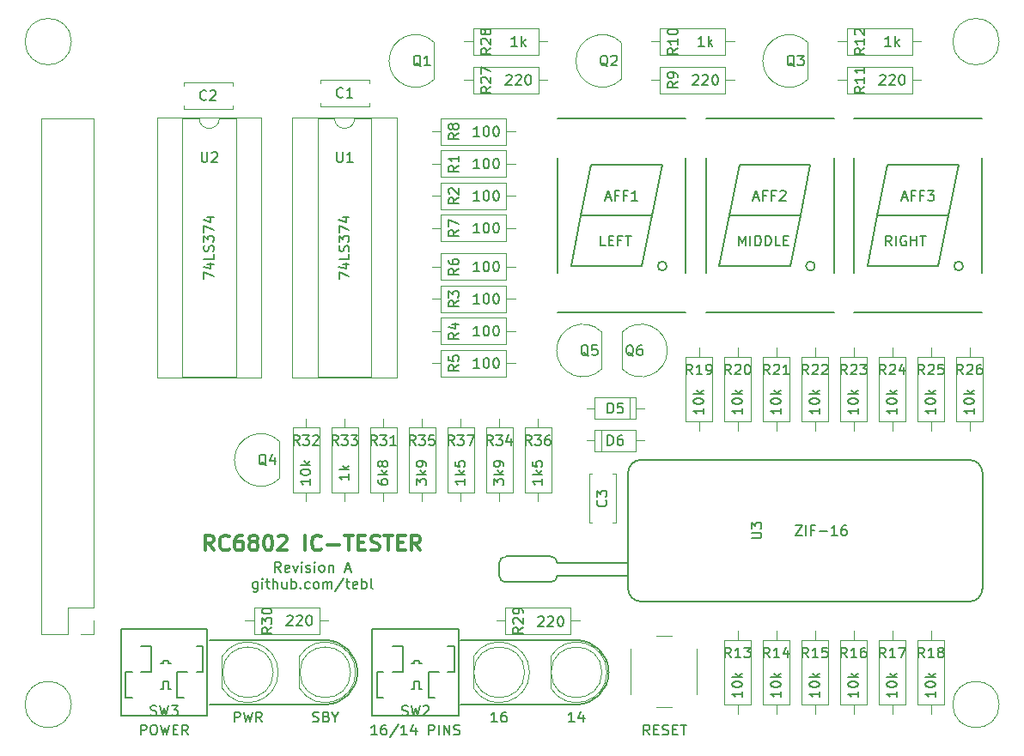
<source format=gto>
G04 #@! TF.FileFunction,Legend,Top*
%FSLAX46Y46*%
G04 Gerber Fmt 4.6, Leading zero omitted, Abs format (unit mm)*
G04 Created by KiCad (PCBNEW 4.0.7) date 12/20/19 19:25:11*
%MOMM*%
%LPD*%
G01*
G04 APERTURE LIST*
%ADD10C,0.100000*%
%ADD11C,0.150000*%
%ADD12C,0.200000*%
%ADD13C,0.300000*%
%ADD14C,0.120000*%
G04 APERTURE END LIST*
D10*
D11*
X127079762Y-127262381D02*
X126746428Y-126786190D01*
X126508333Y-127262381D02*
X126508333Y-126262381D01*
X126889286Y-126262381D01*
X126984524Y-126310000D01*
X127032143Y-126357619D01*
X127079762Y-126452857D01*
X127079762Y-126595714D01*
X127032143Y-126690952D01*
X126984524Y-126738571D01*
X126889286Y-126786190D01*
X126508333Y-126786190D01*
X127889286Y-127214762D02*
X127794048Y-127262381D01*
X127603571Y-127262381D01*
X127508333Y-127214762D01*
X127460714Y-127119524D01*
X127460714Y-126738571D01*
X127508333Y-126643333D01*
X127603571Y-126595714D01*
X127794048Y-126595714D01*
X127889286Y-126643333D01*
X127936905Y-126738571D01*
X127936905Y-126833810D01*
X127460714Y-126929048D01*
X128270238Y-126595714D02*
X128508333Y-127262381D01*
X128746429Y-126595714D01*
X129127381Y-127262381D02*
X129127381Y-126595714D01*
X129127381Y-126262381D02*
X129079762Y-126310000D01*
X129127381Y-126357619D01*
X129175000Y-126310000D01*
X129127381Y-126262381D01*
X129127381Y-126357619D01*
X129555952Y-127214762D02*
X129651190Y-127262381D01*
X129841666Y-127262381D01*
X129936905Y-127214762D01*
X129984524Y-127119524D01*
X129984524Y-127071905D01*
X129936905Y-126976667D01*
X129841666Y-126929048D01*
X129698809Y-126929048D01*
X129603571Y-126881429D01*
X129555952Y-126786190D01*
X129555952Y-126738571D01*
X129603571Y-126643333D01*
X129698809Y-126595714D01*
X129841666Y-126595714D01*
X129936905Y-126643333D01*
X130413095Y-127262381D02*
X130413095Y-126595714D01*
X130413095Y-126262381D02*
X130365476Y-126310000D01*
X130413095Y-126357619D01*
X130460714Y-126310000D01*
X130413095Y-126262381D01*
X130413095Y-126357619D01*
X131032142Y-127262381D02*
X130936904Y-127214762D01*
X130889285Y-127167143D01*
X130841666Y-127071905D01*
X130841666Y-126786190D01*
X130889285Y-126690952D01*
X130936904Y-126643333D01*
X131032142Y-126595714D01*
X131175000Y-126595714D01*
X131270238Y-126643333D01*
X131317857Y-126690952D01*
X131365476Y-126786190D01*
X131365476Y-127071905D01*
X131317857Y-127167143D01*
X131270238Y-127214762D01*
X131175000Y-127262381D01*
X131032142Y-127262381D01*
X131794047Y-126595714D02*
X131794047Y-127262381D01*
X131794047Y-126690952D02*
X131841666Y-126643333D01*
X131936904Y-126595714D01*
X132079762Y-126595714D01*
X132175000Y-126643333D01*
X132222619Y-126738571D01*
X132222619Y-127262381D01*
X133413095Y-126976667D02*
X133889286Y-126976667D01*
X133317857Y-127262381D02*
X133651190Y-126262381D01*
X133984524Y-127262381D01*
X124770238Y-128245714D02*
X124770238Y-129055238D01*
X124722619Y-129150476D01*
X124675000Y-129198095D01*
X124579761Y-129245714D01*
X124436904Y-129245714D01*
X124341666Y-129198095D01*
X124770238Y-128864762D02*
X124675000Y-128912381D01*
X124484523Y-128912381D01*
X124389285Y-128864762D01*
X124341666Y-128817143D01*
X124294047Y-128721905D01*
X124294047Y-128436190D01*
X124341666Y-128340952D01*
X124389285Y-128293333D01*
X124484523Y-128245714D01*
X124675000Y-128245714D01*
X124770238Y-128293333D01*
X125246428Y-128912381D02*
X125246428Y-128245714D01*
X125246428Y-127912381D02*
X125198809Y-127960000D01*
X125246428Y-128007619D01*
X125294047Y-127960000D01*
X125246428Y-127912381D01*
X125246428Y-128007619D01*
X125579761Y-128245714D02*
X125960713Y-128245714D01*
X125722618Y-127912381D02*
X125722618Y-128769524D01*
X125770237Y-128864762D01*
X125865475Y-128912381D01*
X125960713Y-128912381D01*
X126294047Y-128912381D02*
X126294047Y-127912381D01*
X126722619Y-128912381D02*
X126722619Y-128388571D01*
X126675000Y-128293333D01*
X126579762Y-128245714D01*
X126436904Y-128245714D01*
X126341666Y-128293333D01*
X126294047Y-128340952D01*
X127627381Y-128245714D02*
X127627381Y-128912381D01*
X127198809Y-128245714D02*
X127198809Y-128769524D01*
X127246428Y-128864762D01*
X127341666Y-128912381D01*
X127484524Y-128912381D01*
X127579762Y-128864762D01*
X127627381Y-128817143D01*
X128103571Y-128912381D02*
X128103571Y-127912381D01*
X128103571Y-128293333D02*
X128198809Y-128245714D01*
X128389286Y-128245714D01*
X128484524Y-128293333D01*
X128532143Y-128340952D01*
X128579762Y-128436190D01*
X128579762Y-128721905D01*
X128532143Y-128817143D01*
X128484524Y-128864762D01*
X128389286Y-128912381D01*
X128198809Y-128912381D01*
X128103571Y-128864762D01*
X129008333Y-128817143D02*
X129055952Y-128864762D01*
X129008333Y-128912381D01*
X128960714Y-128864762D01*
X129008333Y-128817143D01*
X129008333Y-128912381D01*
X129913095Y-128864762D02*
X129817857Y-128912381D01*
X129627380Y-128912381D01*
X129532142Y-128864762D01*
X129484523Y-128817143D01*
X129436904Y-128721905D01*
X129436904Y-128436190D01*
X129484523Y-128340952D01*
X129532142Y-128293333D01*
X129627380Y-128245714D01*
X129817857Y-128245714D01*
X129913095Y-128293333D01*
X130484523Y-128912381D02*
X130389285Y-128864762D01*
X130341666Y-128817143D01*
X130294047Y-128721905D01*
X130294047Y-128436190D01*
X130341666Y-128340952D01*
X130389285Y-128293333D01*
X130484523Y-128245714D01*
X130627381Y-128245714D01*
X130722619Y-128293333D01*
X130770238Y-128340952D01*
X130817857Y-128436190D01*
X130817857Y-128721905D01*
X130770238Y-128817143D01*
X130722619Y-128864762D01*
X130627381Y-128912381D01*
X130484523Y-128912381D01*
X131246428Y-128912381D02*
X131246428Y-128245714D01*
X131246428Y-128340952D02*
X131294047Y-128293333D01*
X131389285Y-128245714D01*
X131532143Y-128245714D01*
X131627381Y-128293333D01*
X131675000Y-128388571D01*
X131675000Y-128912381D01*
X131675000Y-128388571D02*
X131722619Y-128293333D01*
X131817857Y-128245714D01*
X131960714Y-128245714D01*
X132055952Y-128293333D01*
X132103571Y-128388571D01*
X132103571Y-128912381D01*
X133294047Y-127864762D02*
X132436904Y-129150476D01*
X133484523Y-128245714D02*
X133865475Y-128245714D01*
X133627380Y-127912381D02*
X133627380Y-128769524D01*
X133674999Y-128864762D01*
X133770237Y-128912381D01*
X133865475Y-128912381D01*
X134579762Y-128864762D02*
X134484524Y-128912381D01*
X134294047Y-128912381D01*
X134198809Y-128864762D01*
X134151190Y-128769524D01*
X134151190Y-128388571D01*
X134198809Y-128293333D01*
X134294047Y-128245714D01*
X134484524Y-128245714D01*
X134579762Y-128293333D01*
X134627381Y-128388571D01*
X134627381Y-128483810D01*
X134151190Y-128579048D01*
X135055952Y-128912381D02*
X135055952Y-127912381D01*
X135055952Y-128293333D02*
X135151190Y-128245714D01*
X135341667Y-128245714D01*
X135436905Y-128293333D01*
X135484524Y-128340952D01*
X135532143Y-128436190D01*
X135532143Y-128721905D01*
X135484524Y-128817143D01*
X135436905Y-128864762D01*
X135341667Y-128912381D01*
X135151190Y-128912381D01*
X135055952Y-128864762D01*
X136103571Y-128912381D02*
X136008333Y-128864762D01*
X135960714Y-128769524D01*
X135960714Y-127912381D01*
D12*
X144780000Y-133985000D02*
X156210000Y-133985000D01*
X144780000Y-140335000D02*
X156210000Y-140335000D01*
X120015000Y-140335000D02*
X131445000Y-140335000D01*
X120015000Y-133985000D02*
X131445000Y-133985000D01*
X156210000Y-140335000D02*
G75*
G03X159385000Y-137160000I0J3175000D01*
G01*
X159385000Y-137160000D02*
G75*
G03X156210000Y-133985000I-3175000J0D01*
G01*
X131445000Y-140335000D02*
G75*
G03X134620000Y-137160000I0J3175000D01*
G01*
X134620000Y-137160000D02*
G75*
G03X131445000Y-133985000I-3175000J0D01*
G01*
D11*
X163412619Y-143327381D02*
X163079285Y-142851190D01*
X162841190Y-143327381D02*
X162841190Y-142327381D01*
X163222143Y-142327381D01*
X163317381Y-142375000D01*
X163365000Y-142422619D01*
X163412619Y-142517857D01*
X163412619Y-142660714D01*
X163365000Y-142755952D01*
X163317381Y-142803571D01*
X163222143Y-142851190D01*
X162841190Y-142851190D01*
X163841190Y-142803571D02*
X164174524Y-142803571D01*
X164317381Y-143327381D02*
X163841190Y-143327381D01*
X163841190Y-142327381D01*
X164317381Y-142327381D01*
X164698333Y-143279762D02*
X164841190Y-143327381D01*
X165079286Y-143327381D01*
X165174524Y-143279762D01*
X165222143Y-143232143D01*
X165269762Y-143136905D01*
X165269762Y-143041667D01*
X165222143Y-142946429D01*
X165174524Y-142898810D01*
X165079286Y-142851190D01*
X164888809Y-142803571D01*
X164793571Y-142755952D01*
X164745952Y-142708333D01*
X164698333Y-142613095D01*
X164698333Y-142517857D01*
X164745952Y-142422619D01*
X164793571Y-142375000D01*
X164888809Y-142327381D01*
X165126905Y-142327381D01*
X165269762Y-142375000D01*
X165698333Y-142803571D02*
X166031667Y-142803571D01*
X166174524Y-143327381D02*
X165698333Y-143327381D01*
X165698333Y-142327381D01*
X166174524Y-142327381D01*
X166460238Y-142327381D02*
X167031667Y-142327381D01*
X166745952Y-143327381D02*
X166745952Y-142327381D01*
X136549286Y-143327381D02*
X135977857Y-143327381D01*
X136263571Y-143327381D02*
X136263571Y-142327381D01*
X136168333Y-142470238D01*
X136073095Y-142565476D01*
X135977857Y-142613095D01*
X137406429Y-142327381D02*
X137215952Y-142327381D01*
X137120714Y-142375000D01*
X137073095Y-142422619D01*
X136977857Y-142565476D01*
X136930238Y-142755952D01*
X136930238Y-143136905D01*
X136977857Y-143232143D01*
X137025476Y-143279762D01*
X137120714Y-143327381D01*
X137311191Y-143327381D01*
X137406429Y-143279762D01*
X137454048Y-143232143D01*
X137501667Y-143136905D01*
X137501667Y-142898810D01*
X137454048Y-142803571D01*
X137406429Y-142755952D01*
X137311191Y-142708333D01*
X137120714Y-142708333D01*
X137025476Y-142755952D01*
X136977857Y-142803571D01*
X136930238Y-142898810D01*
X138644524Y-142279762D02*
X137787381Y-143565476D01*
X139501667Y-143327381D02*
X138930238Y-143327381D01*
X139215952Y-143327381D02*
X139215952Y-142327381D01*
X139120714Y-142470238D01*
X139025476Y-142565476D01*
X138930238Y-142613095D01*
X140358810Y-142660714D02*
X140358810Y-143327381D01*
X140120714Y-142279762D02*
X139882619Y-142994048D01*
X140501667Y-142994048D01*
X141644524Y-143327381D02*
X141644524Y-142327381D01*
X142025477Y-142327381D01*
X142120715Y-142375000D01*
X142168334Y-142422619D01*
X142215953Y-142517857D01*
X142215953Y-142660714D01*
X142168334Y-142755952D01*
X142120715Y-142803571D01*
X142025477Y-142851190D01*
X141644524Y-142851190D01*
X142644524Y-143327381D02*
X142644524Y-142327381D01*
X143120714Y-143327381D02*
X143120714Y-142327381D01*
X143692143Y-143327381D01*
X143692143Y-142327381D01*
X144120714Y-143279762D02*
X144263571Y-143327381D01*
X144501667Y-143327381D01*
X144596905Y-143279762D01*
X144644524Y-143232143D01*
X144692143Y-143136905D01*
X144692143Y-143041667D01*
X144644524Y-142946429D01*
X144596905Y-142898810D01*
X144501667Y-142851190D01*
X144311190Y-142803571D01*
X144215952Y-142755952D01*
X144168333Y-142708333D01*
X144120714Y-142613095D01*
X144120714Y-142517857D01*
X144168333Y-142422619D01*
X144215952Y-142375000D01*
X144311190Y-142327381D01*
X144549286Y-142327381D01*
X144692143Y-142375000D01*
X113260476Y-143327381D02*
X113260476Y-142327381D01*
X113641429Y-142327381D01*
X113736667Y-142375000D01*
X113784286Y-142422619D01*
X113831905Y-142517857D01*
X113831905Y-142660714D01*
X113784286Y-142755952D01*
X113736667Y-142803571D01*
X113641429Y-142851190D01*
X113260476Y-142851190D01*
X114450952Y-142327381D02*
X114641429Y-142327381D01*
X114736667Y-142375000D01*
X114831905Y-142470238D01*
X114879524Y-142660714D01*
X114879524Y-142994048D01*
X114831905Y-143184524D01*
X114736667Y-143279762D01*
X114641429Y-143327381D01*
X114450952Y-143327381D01*
X114355714Y-143279762D01*
X114260476Y-143184524D01*
X114212857Y-142994048D01*
X114212857Y-142660714D01*
X114260476Y-142470238D01*
X114355714Y-142375000D01*
X114450952Y-142327381D01*
X115212857Y-142327381D02*
X115450952Y-143327381D01*
X115641429Y-142613095D01*
X115831905Y-143327381D01*
X116070000Y-142327381D01*
X116450952Y-142803571D02*
X116784286Y-142803571D01*
X116927143Y-143327381D02*
X116450952Y-143327381D01*
X116450952Y-142327381D01*
X116927143Y-142327381D01*
X117927143Y-143327381D02*
X117593809Y-142851190D01*
X117355714Y-143327381D02*
X117355714Y-142327381D01*
X117736667Y-142327381D01*
X117831905Y-142375000D01*
X117879524Y-142422619D01*
X117927143Y-142517857D01*
X117927143Y-142660714D01*
X117879524Y-142755952D01*
X117831905Y-142803571D01*
X117736667Y-142851190D01*
X117355714Y-142851190D01*
D13*
X120460716Y-125138571D02*
X119960716Y-124424286D01*
X119603573Y-125138571D02*
X119603573Y-123638571D01*
X120175001Y-123638571D01*
X120317859Y-123710000D01*
X120389287Y-123781429D01*
X120460716Y-123924286D01*
X120460716Y-124138571D01*
X120389287Y-124281429D01*
X120317859Y-124352857D01*
X120175001Y-124424286D01*
X119603573Y-124424286D01*
X121960716Y-124995714D02*
X121889287Y-125067143D01*
X121675001Y-125138571D01*
X121532144Y-125138571D01*
X121317859Y-125067143D01*
X121175001Y-124924286D01*
X121103573Y-124781429D01*
X121032144Y-124495714D01*
X121032144Y-124281429D01*
X121103573Y-123995714D01*
X121175001Y-123852857D01*
X121317859Y-123710000D01*
X121532144Y-123638571D01*
X121675001Y-123638571D01*
X121889287Y-123710000D01*
X121960716Y-123781429D01*
X123246430Y-123638571D02*
X122960716Y-123638571D01*
X122817859Y-123710000D01*
X122746430Y-123781429D01*
X122603573Y-123995714D01*
X122532144Y-124281429D01*
X122532144Y-124852857D01*
X122603573Y-124995714D01*
X122675001Y-125067143D01*
X122817859Y-125138571D01*
X123103573Y-125138571D01*
X123246430Y-125067143D01*
X123317859Y-124995714D01*
X123389287Y-124852857D01*
X123389287Y-124495714D01*
X123317859Y-124352857D01*
X123246430Y-124281429D01*
X123103573Y-124210000D01*
X122817859Y-124210000D01*
X122675001Y-124281429D01*
X122603573Y-124352857D01*
X122532144Y-124495714D01*
X124246430Y-124281429D02*
X124103572Y-124210000D01*
X124032144Y-124138571D01*
X123960715Y-123995714D01*
X123960715Y-123924286D01*
X124032144Y-123781429D01*
X124103572Y-123710000D01*
X124246430Y-123638571D01*
X124532144Y-123638571D01*
X124675001Y-123710000D01*
X124746430Y-123781429D01*
X124817858Y-123924286D01*
X124817858Y-123995714D01*
X124746430Y-124138571D01*
X124675001Y-124210000D01*
X124532144Y-124281429D01*
X124246430Y-124281429D01*
X124103572Y-124352857D01*
X124032144Y-124424286D01*
X123960715Y-124567143D01*
X123960715Y-124852857D01*
X124032144Y-124995714D01*
X124103572Y-125067143D01*
X124246430Y-125138571D01*
X124532144Y-125138571D01*
X124675001Y-125067143D01*
X124746430Y-124995714D01*
X124817858Y-124852857D01*
X124817858Y-124567143D01*
X124746430Y-124424286D01*
X124675001Y-124352857D01*
X124532144Y-124281429D01*
X125746429Y-123638571D02*
X125889286Y-123638571D01*
X126032143Y-123710000D01*
X126103572Y-123781429D01*
X126175001Y-123924286D01*
X126246429Y-124210000D01*
X126246429Y-124567143D01*
X126175001Y-124852857D01*
X126103572Y-124995714D01*
X126032143Y-125067143D01*
X125889286Y-125138571D01*
X125746429Y-125138571D01*
X125603572Y-125067143D01*
X125532143Y-124995714D01*
X125460715Y-124852857D01*
X125389286Y-124567143D01*
X125389286Y-124210000D01*
X125460715Y-123924286D01*
X125532143Y-123781429D01*
X125603572Y-123710000D01*
X125746429Y-123638571D01*
X126817857Y-123781429D02*
X126889286Y-123710000D01*
X127032143Y-123638571D01*
X127389286Y-123638571D01*
X127532143Y-123710000D01*
X127603572Y-123781429D01*
X127675000Y-123924286D01*
X127675000Y-124067143D01*
X127603572Y-124281429D01*
X126746429Y-125138571D01*
X127675000Y-125138571D01*
X129460714Y-125138571D02*
X129460714Y-123638571D01*
X131032143Y-124995714D02*
X130960714Y-125067143D01*
X130746428Y-125138571D01*
X130603571Y-125138571D01*
X130389286Y-125067143D01*
X130246428Y-124924286D01*
X130175000Y-124781429D01*
X130103571Y-124495714D01*
X130103571Y-124281429D01*
X130175000Y-123995714D01*
X130246428Y-123852857D01*
X130389286Y-123710000D01*
X130603571Y-123638571D01*
X130746428Y-123638571D01*
X130960714Y-123710000D01*
X131032143Y-123781429D01*
X131675000Y-124567143D02*
X132817857Y-124567143D01*
X133317857Y-123638571D02*
X134175000Y-123638571D01*
X133746429Y-125138571D02*
X133746429Y-123638571D01*
X134675000Y-124352857D02*
X135175000Y-124352857D01*
X135389286Y-125138571D02*
X134675000Y-125138571D01*
X134675000Y-123638571D01*
X135389286Y-123638571D01*
X135960714Y-125067143D02*
X136175000Y-125138571D01*
X136532143Y-125138571D01*
X136675000Y-125067143D01*
X136746429Y-124995714D01*
X136817857Y-124852857D01*
X136817857Y-124710000D01*
X136746429Y-124567143D01*
X136675000Y-124495714D01*
X136532143Y-124424286D01*
X136246429Y-124352857D01*
X136103571Y-124281429D01*
X136032143Y-124210000D01*
X135960714Y-124067143D01*
X135960714Y-123924286D01*
X136032143Y-123781429D01*
X136103571Y-123710000D01*
X136246429Y-123638571D01*
X136603571Y-123638571D01*
X136817857Y-123710000D01*
X137246428Y-123638571D02*
X138103571Y-123638571D01*
X137675000Y-125138571D02*
X137675000Y-123638571D01*
X138603571Y-124352857D02*
X139103571Y-124352857D01*
X139317857Y-125138571D02*
X138603571Y-125138571D01*
X138603571Y-123638571D01*
X139317857Y-123638571D01*
X140817857Y-125138571D02*
X140317857Y-124424286D01*
X139960714Y-125138571D02*
X139960714Y-123638571D01*
X140532142Y-123638571D01*
X140675000Y-123710000D01*
X140746428Y-123781429D01*
X140817857Y-123924286D01*
X140817857Y-124138571D01*
X140746428Y-124281429D01*
X140675000Y-124352857D01*
X140532142Y-124424286D01*
X139960714Y-124424286D01*
D14*
X108645000Y-82490000D02*
X103445000Y-82490000D01*
X108645000Y-130810000D02*
X108645000Y-82490000D01*
X103445000Y-133410000D02*
X103445000Y-82490000D01*
X108645000Y-130810000D02*
X106045000Y-130810000D01*
X106045000Y-130810000D02*
X106045000Y-133410000D01*
X106045000Y-133410000D02*
X103445000Y-133410000D01*
X108645000Y-132080000D02*
X108645000Y-133410000D01*
X108645000Y-133410000D02*
X107315000Y-133410000D01*
X106426000Y-140335000D02*
G75*
G03X106426000Y-140335000I-2286000J0D01*
G01*
X197866000Y-140335000D02*
G75*
G03X197866000Y-140335000I-2286000J0D01*
G01*
X197866000Y-74930000D02*
G75*
G03X197866000Y-74930000I-2286000J0D01*
G01*
X106426000Y-74930000D02*
G75*
G03X106426000Y-74930000I-2286000J0D01*
G01*
X135800000Y-81320000D02*
X130980000Y-81320000D01*
X135800000Y-78700000D02*
X130980000Y-78700000D01*
X135800000Y-81320000D02*
X135800000Y-81006000D01*
X135800000Y-79014000D02*
X135800000Y-78700000D01*
X130980000Y-81320000D02*
X130980000Y-81006000D01*
X130980000Y-79014000D02*
X130980000Y-78700000D01*
X122338000Y-81574000D02*
X117518000Y-81574000D01*
X122338000Y-78954000D02*
X117518000Y-78954000D01*
X122338000Y-81574000D02*
X122338000Y-81260000D01*
X122338000Y-79268000D02*
X122338000Y-78954000D01*
X117518000Y-81574000D02*
X117518000Y-81260000D01*
X117518000Y-79268000D02*
X117518000Y-78954000D01*
X160060000Y-117565000D02*
X160060000Y-122385000D01*
X157440000Y-117565000D02*
X157440000Y-122385000D01*
X160060000Y-117565000D02*
X159746000Y-117565000D01*
X157754000Y-117565000D02*
X157440000Y-117565000D01*
X160060000Y-122385000D02*
X159746000Y-122385000D01*
X157754000Y-122385000D02*
X157440000Y-122385000D01*
D11*
X165102214Y-97075000D02*
G75*
G03X165102214Y-97075000I-447214J0D01*
G01*
X157655000Y-87075000D02*
X156655000Y-92075000D01*
X156655000Y-92075000D02*
X155655000Y-97075000D01*
X155655000Y-97075000D02*
X162655000Y-97075000D01*
X162655000Y-97075000D02*
X163655000Y-92075000D01*
X164655000Y-87075000D02*
X163655000Y-92075000D01*
X163655000Y-92075000D02*
X156655000Y-92075000D01*
X157655000Y-87075000D02*
X164655000Y-87075000D01*
X166955000Y-101675000D02*
X154355000Y-101675000D01*
X154355000Y-86375000D02*
X154355000Y-97775000D01*
X166955000Y-86375000D02*
X166955000Y-97775000D01*
X154355000Y-82475000D02*
X166955000Y-82475000D01*
X179707214Y-97075000D02*
G75*
G03X179707214Y-97075000I-447214J0D01*
G01*
X172260000Y-87075000D02*
X171260000Y-92075000D01*
X171260000Y-92075000D02*
X170260000Y-97075000D01*
X170260000Y-97075000D02*
X177260000Y-97075000D01*
X177260000Y-97075000D02*
X178260000Y-92075000D01*
X179260000Y-87075000D02*
X178260000Y-92075000D01*
X178260000Y-92075000D02*
X171260000Y-92075000D01*
X172260000Y-87075000D02*
X179260000Y-87075000D01*
X181560000Y-101675000D02*
X168960000Y-101675000D01*
X168960000Y-86375000D02*
X168960000Y-97775000D01*
X181560000Y-86375000D02*
X181560000Y-97775000D01*
X168960000Y-82475000D02*
X181560000Y-82475000D01*
D14*
X159200000Y-137160462D02*
G75*
G03X153650000Y-135615170I-2990000J462D01*
G01*
X159200000Y-137159538D02*
G75*
G02X153650000Y-138704830I-2990000J-462D01*
G01*
X158710000Y-137160000D02*
G75*
G03X158710000Y-137160000I-2500000J0D01*
G01*
X153650000Y-135615000D02*
X153650000Y-138705000D01*
X142185000Y-78635000D02*
X142185000Y-75035000D01*
X142173478Y-78673478D02*
G75*
G02X137735000Y-76835000I-1838478J1838478D01*
G01*
X142173478Y-74996522D02*
G75*
G03X137735000Y-76835000I-1838478J-1838478D01*
G01*
X160600000Y-78635000D02*
X160600000Y-75035000D01*
X160588478Y-78673478D02*
G75*
G02X156150000Y-76835000I-1838478J1838478D01*
G01*
X160588478Y-74996522D02*
G75*
G03X156150000Y-76835000I-1838478J-1838478D01*
G01*
X179015000Y-78635000D02*
X179015000Y-75035000D01*
X179003478Y-78673478D02*
G75*
G02X174565000Y-76835000I-1838478J1838478D01*
G01*
X179003478Y-74996522D02*
G75*
G03X174565000Y-76835000I-1838478J-1838478D01*
G01*
X126945000Y-118005000D02*
X126945000Y-114405000D01*
X126933478Y-118043478D02*
G75*
G02X122495000Y-116205000I-1838478J1838478D01*
G01*
X126933478Y-114366522D02*
G75*
G03X122495000Y-116205000I-1838478J-1838478D01*
G01*
X158695000Y-107210000D02*
X158695000Y-103610000D01*
X158683478Y-107248478D02*
G75*
G02X154245000Y-105410000I-1838478J1838478D01*
G01*
X158683478Y-103571522D02*
G75*
G03X154245000Y-105410000I-1838478J-1838478D01*
G01*
X149260000Y-88305000D02*
X149260000Y-85685000D01*
X149260000Y-85685000D02*
X142840000Y-85685000D01*
X142840000Y-85685000D02*
X142840000Y-88305000D01*
X142840000Y-88305000D02*
X149260000Y-88305000D01*
X150150000Y-86995000D02*
X149260000Y-86995000D01*
X141950000Y-86995000D02*
X142840000Y-86995000D01*
X149260000Y-91480000D02*
X149260000Y-88860000D01*
X149260000Y-88860000D02*
X142840000Y-88860000D01*
X142840000Y-88860000D02*
X142840000Y-91480000D01*
X142840000Y-91480000D02*
X149260000Y-91480000D01*
X150150000Y-90170000D02*
X149260000Y-90170000D01*
X141950000Y-90170000D02*
X142840000Y-90170000D01*
X149260000Y-101640000D02*
X149260000Y-99020000D01*
X149260000Y-99020000D02*
X142840000Y-99020000D01*
X142840000Y-99020000D02*
X142840000Y-101640000D01*
X142840000Y-101640000D02*
X149260000Y-101640000D01*
X150150000Y-100330000D02*
X149260000Y-100330000D01*
X141950000Y-100330000D02*
X142840000Y-100330000D01*
X149260000Y-104815000D02*
X149260000Y-102195000D01*
X149260000Y-102195000D02*
X142840000Y-102195000D01*
X142840000Y-102195000D02*
X142840000Y-104815000D01*
X142840000Y-104815000D02*
X149260000Y-104815000D01*
X150150000Y-103505000D02*
X149260000Y-103505000D01*
X141950000Y-103505000D02*
X142840000Y-103505000D01*
X149260000Y-107990000D02*
X149260000Y-105370000D01*
X149260000Y-105370000D02*
X142840000Y-105370000D01*
X142840000Y-105370000D02*
X142840000Y-107990000D01*
X142840000Y-107990000D02*
X149260000Y-107990000D01*
X150150000Y-106680000D02*
X149260000Y-106680000D01*
X141950000Y-106680000D02*
X142840000Y-106680000D01*
X149260000Y-98465000D02*
X149260000Y-95845000D01*
X149260000Y-95845000D02*
X142840000Y-95845000D01*
X142840000Y-95845000D02*
X142840000Y-98465000D01*
X142840000Y-98465000D02*
X149260000Y-98465000D01*
X150150000Y-97155000D02*
X149260000Y-97155000D01*
X141950000Y-97155000D02*
X142840000Y-97155000D01*
X149260000Y-94655000D02*
X149260000Y-92035000D01*
X149260000Y-92035000D02*
X142840000Y-92035000D01*
X142840000Y-92035000D02*
X142840000Y-94655000D01*
X142840000Y-94655000D02*
X149260000Y-94655000D01*
X150150000Y-93345000D02*
X149260000Y-93345000D01*
X141950000Y-93345000D02*
X142840000Y-93345000D01*
X149260000Y-85130000D02*
X149260000Y-82510000D01*
X149260000Y-82510000D02*
X142840000Y-82510000D01*
X142840000Y-82510000D02*
X142840000Y-85130000D01*
X142840000Y-85130000D02*
X149260000Y-85130000D01*
X150150000Y-83820000D02*
X149260000Y-83820000D01*
X141950000Y-83820000D02*
X142840000Y-83820000D01*
X170850000Y-80050000D02*
X170850000Y-77430000D01*
X170850000Y-77430000D02*
X164430000Y-77430000D01*
X164430000Y-77430000D02*
X164430000Y-80050000D01*
X164430000Y-80050000D02*
X170850000Y-80050000D01*
X171740000Y-78740000D02*
X170850000Y-78740000D01*
X163540000Y-78740000D02*
X164430000Y-78740000D01*
X170850000Y-76240000D02*
X170850000Y-73620000D01*
X170850000Y-73620000D02*
X164430000Y-73620000D01*
X164430000Y-73620000D02*
X164430000Y-76240000D01*
X164430000Y-76240000D02*
X170850000Y-76240000D01*
X171740000Y-74930000D02*
X170850000Y-74930000D01*
X163540000Y-74930000D02*
X164430000Y-74930000D01*
X189265000Y-80050000D02*
X189265000Y-77430000D01*
X189265000Y-77430000D02*
X182845000Y-77430000D01*
X182845000Y-77430000D02*
X182845000Y-80050000D01*
X182845000Y-80050000D02*
X189265000Y-80050000D01*
X190155000Y-78740000D02*
X189265000Y-78740000D01*
X181955000Y-78740000D02*
X182845000Y-78740000D01*
X189265000Y-76240000D02*
X189265000Y-73620000D01*
X189265000Y-73620000D02*
X182845000Y-73620000D01*
X182845000Y-73620000D02*
X182845000Y-76240000D01*
X182845000Y-76240000D02*
X189265000Y-76240000D01*
X190155000Y-74930000D02*
X189265000Y-74930000D01*
X181955000Y-74930000D02*
X182845000Y-74930000D01*
X173395000Y-133950000D02*
X170775000Y-133950000D01*
X170775000Y-133950000D02*
X170775000Y-140370000D01*
X170775000Y-140370000D02*
X173395000Y-140370000D01*
X173395000Y-140370000D02*
X173395000Y-133950000D01*
X172085000Y-133060000D02*
X172085000Y-133950000D01*
X172085000Y-141260000D02*
X172085000Y-140370000D01*
X177205000Y-133950000D02*
X174585000Y-133950000D01*
X174585000Y-133950000D02*
X174585000Y-140370000D01*
X174585000Y-140370000D02*
X177205000Y-140370000D01*
X177205000Y-140370000D02*
X177205000Y-133950000D01*
X175895000Y-133060000D02*
X175895000Y-133950000D01*
X175895000Y-141260000D02*
X175895000Y-140370000D01*
X181015000Y-133950000D02*
X178395000Y-133950000D01*
X178395000Y-133950000D02*
X178395000Y-140370000D01*
X178395000Y-140370000D02*
X181015000Y-140370000D01*
X181015000Y-140370000D02*
X181015000Y-133950000D01*
X179705000Y-133060000D02*
X179705000Y-133950000D01*
X179705000Y-141260000D02*
X179705000Y-140370000D01*
X184825000Y-133950000D02*
X182205000Y-133950000D01*
X182205000Y-133950000D02*
X182205000Y-140370000D01*
X182205000Y-140370000D02*
X184825000Y-140370000D01*
X184825000Y-140370000D02*
X184825000Y-133950000D01*
X183515000Y-133060000D02*
X183515000Y-133950000D01*
X183515000Y-141260000D02*
X183515000Y-140370000D01*
X188635000Y-133950000D02*
X186015000Y-133950000D01*
X186015000Y-133950000D02*
X186015000Y-140370000D01*
X186015000Y-140370000D02*
X188635000Y-140370000D01*
X188635000Y-140370000D02*
X188635000Y-133950000D01*
X187325000Y-133060000D02*
X187325000Y-133950000D01*
X187325000Y-141260000D02*
X187325000Y-140370000D01*
X192445000Y-133950000D02*
X189825000Y-133950000D01*
X189825000Y-133950000D02*
X189825000Y-140370000D01*
X189825000Y-140370000D02*
X192445000Y-140370000D01*
X192445000Y-140370000D02*
X192445000Y-133950000D01*
X191135000Y-133060000D02*
X191135000Y-133950000D01*
X191135000Y-141260000D02*
X191135000Y-140370000D01*
X169585000Y-106010000D02*
X166965000Y-106010000D01*
X166965000Y-106010000D02*
X166965000Y-112430000D01*
X166965000Y-112430000D02*
X169585000Y-112430000D01*
X169585000Y-112430000D02*
X169585000Y-106010000D01*
X168275000Y-105120000D02*
X168275000Y-106010000D01*
X168275000Y-113320000D02*
X168275000Y-112430000D01*
X173395000Y-106010000D02*
X170775000Y-106010000D01*
X170775000Y-106010000D02*
X170775000Y-112430000D01*
X170775000Y-112430000D02*
X173395000Y-112430000D01*
X173395000Y-112430000D02*
X173395000Y-106010000D01*
X172085000Y-105120000D02*
X172085000Y-106010000D01*
X172085000Y-113320000D02*
X172085000Y-112430000D01*
X177205000Y-106010000D02*
X174585000Y-106010000D01*
X174585000Y-106010000D02*
X174585000Y-112430000D01*
X174585000Y-112430000D02*
X177205000Y-112430000D01*
X177205000Y-112430000D02*
X177205000Y-106010000D01*
X175895000Y-105120000D02*
X175895000Y-106010000D01*
X175895000Y-113320000D02*
X175895000Y-112430000D01*
X181015000Y-106010000D02*
X178395000Y-106010000D01*
X178395000Y-106010000D02*
X178395000Y-112430000D01*
X178395000Y-112430000D02*
X181015000Y-112430000D01*
X181015000Y-112430000D02*
X181015000Y-106010000D01*
X179705000Y-105120000D02*
X179705000Y-106010000D01*
X179705000Y-113320000D02*
X179705000Y-112430000D01*
X184825000Y-106010000D02*
X182205000Y-106010000D01*
X182205000Y-106010000D02*
X182205000Y-112430000D01*
X182205000Y-112430000D02*
X184825000Y-112430000D01*
X184825000Y-112430000D02*
X184825000Y-106010000D01*
X183515000Y-105120000D02*
X183515000Y-106010000D01*
X183515000Y-113320000D02*
X183515000Y-112430000D01*
X188635000Y-106010000D02*
X186015000Y-106010000D01*
X186015000Y-106010000D02*
X186015000Y-112430000D01*
X186015000Y-112430000D02*
X188635000Y-112430000D01*
X188635000Y-112430000D02*
X188635000Y-106010000D01*
X187325000Y-105120000D02*
X187325000Y-106010000D01*
X187325000Y-113320000D02*
X187325000Y-112430000D01*
X192445000Y-106010000D02*
X189825000Y-106010000D01*
X189825000Y-106010000D02*
X189825000Y-112430000D01*
X189825000Y-112430000D02*
X192445000Y-112430000D01*
X192445000Y-112430000D02*
X192445000Y-106010000D01*
X191135000Y-105120000D02*
X191135000Y-106010000D01*
X191135000Y-113320000D02*
X191135000Y-112430000D01*
X193635000Y-112430000D02*
X196255000Y-112430000D01*
X196255000Y-112430000D02*
X196255000Y-106010000D01*
X196255000Y-106010000D02*
X193635000Y-106010000D01*
X193635000Y-106010000D02*
X193635000Y-112430000D01*
X194945000Y-113320000D02*
X194945000Y-112430000D01*
X194945000Y-105120000D02*
X194945000Y-106010000D01*
X168060000Y-139335000D02*
X168060000Y-134835000D01*
X164060000Y-140585000D02*
X165560000Y-140585000D01*
X161560000Y-134835000D02*
X161560000Y-139335000D01*
X165560000Y-133585000D02*
X164060000Y-133585000D01*
X134350000Y-82490000D02*
G75*
G02X132350000Y-82490000I-1000000J0D01*
G01*
X132350000Y-82490000D02*
X130700000Y-82490000D01*
X130700000Y-82490000D02*
X130700000Y-108010000D01*
X130700000Y-108010000D02*
X136000000Y-108010000D01*
X136000000Y-108010000D02*
X136000000Y-82490000D01*
X136000000Y-82490000D02*
X134350000Y-82490000D01*
X128210000Y-82430000D02*
X128210000Y-108070000D01*
X128210000Y-108070000D02*
X138490000Y-108070000D01*
X138490000Y-108070000D02*
X138490000Y-82430000D01*
X138490000Y-82430000D02*
X128210000Y-82430000D01*
X152435000Y-80050000D02*
X152435000Y-77430000D01*
X152435000Y-77430000D02*
X146015000Y-77430000D01*
X146015000Y-77430000D02*
X146015000Y-80050000D01*
X146015000Y-80050000D02*
X152435000Y-80050000D01*
X153325000Y-78740000D02*
X152435000Y-78740000D01*
X145125000Y-78740000D02*
X146015000Y-78740000D01*
X152435000Y-76240000D02*
X152435000Y-73620000D01*
X152435000Y-73620000D02*
X146015000Y-73620000D01*
X146015000Y-73620000D02*
X146015000Y-76240000D01*
X146015000Y-76240000D02*
X152435000Y-76240000D01*
X153325000Y-74930000D02*
X152435000Y-74930000D01*
X145125000Y-74930000D02*
X146015000Y-74930000D01*
X149190000Y-130770000D02*
X149190000Y-133390000D01*
X149190000Y-133390000D02*
X155610000Y-133390000D01*
X155610000Y-133390000D02*
X155610000Y-130770000D01*
X155610000Y-130770000D02*
X149190000Y-130770000D01*
X148300000Y-132080000D02*
X149190000Y-132080000D01*
X156500000Y-132080000D02*
X155610000Y-132080000D01*
X124425000Y-130770000D02*
X124425000Y-133390000D01*
X124425000Y-133390000D02*
X130845000Y-133390000D01*
X130845000Y-133390000D02*
X130845000Y-130770000D01*
X130845000Y-130770000D02*
X124425000Y-130770000D01*
X123535000Y-132080000D02*
X124425000Y-132080000D01*
X131735000Y-132080000D02*
X130845000Y-132080000D01*
D11*
X194312214Y-97075000D02*
G75*
G03X194312214Y-97075000I-447214J0D01*
G01*
X186865000Y-87075000D02*
X185865000Y-92075000D01*
X185865000Y-92075000D02*
X184865000Y-97075000D01*
X184865000Y-97075000D02*
X191865000Y-97075000D01*
X191865000Y-97075000D02*
X192865000Y-92075000D01*
X193865000Y-87075000D02*
X192865000Y-92075000D01*
X192865000Y-92075000D02*
X185865000Y-92075000D01*
X186865000Y-87075000D02*
X193865000Y-87075000D01*
X196165000Y-101675000D02*
X183565000Y-101675000D01*
X183565000Y-86375000D02*
X183565000Y-97775000D01*
X196165000Y-86375000D02*
X196165000Y-97775000D01*
X183565000Y-82475000D02*
X196165000Y-82475000D01*
D14*
X160710000Y-103610000D02*
X160710000Y-107210000D01*
X160721522Y-103571522D02*
G75*
G02X165160000Y-105410000I1838478J-1838478D01*
G01*
X160721522Y-107248478D02*
G75*
G03X165160000Y-105410000I1838478J1838478D01*
G01*
X138470000Y-112995000D02*
X135850000Y-112995000D01*
X135850000Y-112995000D02*
X135850000Y-119415000D01*
X135850000Y-119415000D02*
X138470000Y-119415000D01*
X138470000Y-119415000D02*
X138470000Y-112995000D01*
X137160000Y-112105000D02*
X137160000Y-112995000D01*
X137160000Y-120305000D02*
X137160000Y-119415000D01*
X130850000Y-112995000D02*
X128230000Y-112995000D01*
X128230000Y-112995000D02*
X128230000Y-119415000D01*
X128230000Y-119415000D02*
X130850000Y-119415000D01*
X130850000Y-119415000D02*
X130850000Y-112995000D01*
X129540000Y-112105000D02*
X129540000Y-112995000D01*
X129540000Y-120305000D02*
X129540000Y-119415000D01*
X134660000Y-112995000D02*
X132040000Y-112995000D01*
X132040000Y-112995000D02*
X132040000Y-119415000D01*
X132040000Y-119415000D02*
X134660000Y-119415000D01*
X134660000Y-119415000D02*
X134660000Y-112995000D01*
X133350000Y-112105000D02*
X133350000Y-112995000D01*
X133350000Y-120305000D02*
X133350000Y-119415000D01*
X147280000Y-119415000D02*
X149900000Y-119415000D01*
X149900000Y-119415000D02*
X149900000Y-112995000D01*
X149900000Y-112995000D02*
X147280000Y-112995000D01*
X147280000Y-112995000D02*
X147280000Y-119415000D01*
X148590000Y-120305000D02*
X148590000Y-119415000D01*
X148590000Y-112105000D02*
X148590000Y-112995000D01*
X139660000Y-119415000D02*
X142280000Y-119415000D01*
X142280000Y-119415000D02*
X142280000Y-112995000D01*
X142280000Y-112995000D02*
X139660000Y-112995000D01*
X139660000Y-112995000D02*
X139660000Y-119415000D01*
X140970000Y-120305000D02*
X140970000Y-119415000D01*
X140970000Y-112105000D02*
X140970000Y-112995000D01*
X153710000Y-112995000D02*
X151090000Y-112995000D01*
X151090000Y-112995000D02*
X151090000Y-119415000D01*
X151090000Y-119415000D02*
X153710000Y-119415000D01*
X153710000Y-119415000D02*
X153710000Y-112995000D01*
X152400000Y-112105000D02*
X152400000Y-112995000D01*
X152400000Y-120305000D02*
X152400000Y-119415000D01*
X143470000Y-119415000D02*
X146090000Y-119415000D01*
X146090000Y-119415000D02*
X146090000Y-112995000D01*
X146090000Y-112995000D02*
X143470000Y-112995000D01*
X143470000Y-112995000D02*
X143470000Y-119415000D01*
X144780000Y-120305000D02*
X144780000Y-119415000D01*
X144780000Y-112105000D02*
X144780000Y-112995000D01*
D11*
X139954000Y-136271000D02*
X140208000Y-136271000D01*
X140208000Y-136271000D02*
X140208000Y-136017000D01*
X140208000Y-136017000D02*
X140716000Y-136017000D01*
X140716000Y-136017000D02*
X140716000Y-136271000D01*
X140716000Y-136271000D02*
X140970000Y-136271000D01*
X139954000Y-138811000D02*
X140208000Y-138811000D01*
X140208000Y-138811000D02*
X140208000Y-138049000D01*
X140208000Y-138049000D02*
X140716000Y-138049000D01*
X140716000Y-138049000D02*
X140716000Y-138811000D01*
X140716000Y-138811000D02*
X140970000Y-138811000D01*
X139065000Y-134620000D02*
X138049000Y-134620000D01*
X141605000Y-137160000D02*
X141605000Y-139700000D01*
X142621000Y-137160000D02*
X141605000Y-137160000D01*
X139065000Y-137160000D02*
X139065000Y-134620000D01*
X138049000Y-137160000D02*
X139065000Y-137160000D01*
X143510000Y-134620000D02*
X144145000Y-134620000D01*
X144145000Y-134620000D02*
X144145000Y-137160000D01*
X144145000Y-137160000D02*
X143510000Y-137160000D01*
X137160000Y-137160000D02*
X136525000Y-137160000D01*
X136525000Y-137160000D02*
X136525000Y-139700000D01*
X136525000Y-139700000D02*
X137160000Y-139700000D01*
X141605000Y-139700000D02*
X142240000Y-139700000D01*
X136085000Y-132910000D02*
X144585000Y-132910000D01*
X144585000Y-132910000D02*
X144585000Y-141410000D01*
X136085000Y-132910000D02*
X136085000Y-141410000D01*
X136085000Y-141410000D02*
X144585000Y-141410000D01*
X115189000Y-136271000D02*
X115443000Y-136271000D01*
X115443000Y-136271000D02*
X115443000Y-136017000D01*
X115443000Y-136017000D02*
X115951000Y-136017000D01*
X115951000Y-136017000D02*
X115951000Y-136271000D01*
X115951000Y-136271000D02*
X116205000Y-136271000D01*
X115189000Y-138811000D02*
X115443000Y-138811000D01*
X115443000Y-138811000D02*
X115443000Y-138049000D01*
X115443000Y-138049000D02*
X115951000Y-138049000D01*
X115951000Y-138049000D02*
X115951000Y-138811000D01*
X115951000Y-138811000D02*
X116205000Y-138811000D01*
X114300000Y-134620000D02*
X113284000Y-134620000D01*
X116840000Y-137160000D02*
X116840000Y-139700000D01*
X117856000Y-137160000D02*
X116840000Y-137160000D01*
X114300000Y-137160000D02*
X114300000Y-134620000D01*
X113284000Y-137160000D02*
X114300000Y-137160000D01*
X118745000Y-134620000D02*
X119380000Y-134620000D01*
X119380000Y-134620000D02*
X119380000Y-137160000D01*
X119380000Y-137160000D02*
X118745000Y-137160000D01*
X112395000Y-137160000D02*
X111760000Y-137160000D01*
X111760000Y-137160000D02*
X111760000Y-139700000D01*
X111760000Y-139700000D02*
X112395000Y-139700000D01*
X116840000Y-139700000D02*
X117475000Y-139700000D01*
X111320000Y-132910000D02*
X119820000Y-132910000D01*
X119820000Y-132910000D02*
X119820000Y-141410000D01*
X111320000Y-132910000D02*
X111320000Y-141410000D01*
X111320000Y-141410000D02*
X119820000Y-141410000D01*
D14*
X121015000Y-82490000D02*
G75*
G02X119015000Y-82490000I-1000000J0D01*
G01*
X119015000Y-82490000D02*
X117365000Y-82490000D01*
X117365000Y-82490000D02*
X117365000Y-108010000D01*
X117365000Y-108010000D02*
X122665000Y-108010000D01*
X122665000Y-108010000D02*
X122665000Y-82490000D01*
X122665000Y-82490000D02*
X121015000Y-82490000D01*
X114875000Y-82430000D02*
X114875000Y-108070000D01*
X114875000Y-108070000D02*
X125155000Y-108070000D01*
X125155000Y-108070000D02*
X125155000Y-82430000D01*
X125155000Y-82430000D02*
X114875000Y-82430000D01*
X151580000Y-137160462D02*
G75*
G03X146030000Y-135615170I-2990000J462D01*
G01*
X151580000Y-137159538D02*
G75*
G02X146030000Y-138704830I-2990000J-462D01*
G01*
X151090000Y-137160000D02*
G75*
G03X151090000Y-137160000I-2500000J0D01*
G01*
X146030000Y-135615000D02*
X146030000Y-138705000D01*
X134435000Y-137160462D02*
G75*
G03X128885000Y-135615170I-2990000J462D01*
G01*
X134435000Y-137159538D02*
G75*
G02X128885000Y-138704830I-2990000J-462D01*
G01*
X133945000Y-137160000D02*
G75*
G03X133945000Y-137160000I-2500000J0D01*
G01*
X128885000Y-135615000D02*
X128885000Y-138705000D01*
X126815000Y-137160462D02*
G75*
G03X121265000Y-135615170I-2990000J462D01*
G01*
X126815000Y-137159538D02*
G75*
G02X121265000Y-138704830I-2990000J-462D01*
G01*
X126325000Y-137160000D02*
G75*
G03X126325000Y-137160000I-2500000J0D01*
G01*
X121265000Y-135615000D02*
X121265000Y-138705000D01*
X162080000Y-112185000D02*
X162080000Y-110065000D01*
X162080000Y-110065000D02*
X157960000Y-110065000D01*
X157960000Y-110065000D02*
X157960000Y-112185000D01*
X157960000Y-112185000D02*
X162080000Y-112185000D01*
X162850000Y-111125000D02*
X162080000Y-111125000D01*
X157190000Y-111125000D02*
X157960000Y-111125000D01*
X161420000Y-112185000D02*
X161420000Y-110065000D01*
X157960000Y-113240000D02*
X157960000Y-115360000D01*
X157960000Y-115360000D02*
X162080000Y-115360000D01*
X162080000Y-115360000D02*
X162080000Y-113240000D01*
X162080000Y-113240000D02*
X157960000Y-113240000D01*
X157190000Y-114300000D02*
X157960000Y-114300000D01*
X162850000Y-114300000D02*
X162080000Y-114300000D01*
X158620000Y-113240000D02*
X158620000Y-115360000D01*
D11*
X194945000Y-116205000D02*
X162560000Y-116205000D01*
X154305000Y-126365000D02*
X161290000Y-126365000D01*
X154305000Y-127635000D02*
X161290000Y-127635000D01*
X153670000Y-125730000D02*
X149225000Y-125730000D01*
X149225000Y-128270000D02*
X153670000Y-128270000D01*
X153670000Y-128270000D02*
G75*
G03X154305000Y-127635000I0J635000D01*
G01*
X154305000Y-126365000D02*
G75*
G03X153670000Y-125730000I-635000J0D01*
G01*
X149225000Y-125730000D02*
G75*
G03X148590000Y-126365000I0J-635000D01*
G01*
X148590000Y-127635000D02*
G75*
G03X149225000Y-128270000I635000J0D01*
G01*
X148590000Y-127000000D02*
X148590000Y-126365000D01*
X148590000Y-127635000D02*
X148590000Y-127000000D01*
X162560000Y-130175000D02*
X194945000Y-130175000D01*
X161290000Y-117475000D02*
X161290000Y-128905000D01*
X196215000Y-128905000D02*
X196215000Y-117475000D01*
X161290000Y-128905000D02*
G75*
G03X162560000Y-130175000I1270000J0D01*
G01*
X162560000Y-116205000D02*
G75*
G03X161290000Y-117475000I0J-1270000D01*
G01*
X196215000Y-117475000D02*
G75*
G03X194945000Y-116205000I-1270000J0D01*
G01*
X194945000Y-130175000D02*
G75*
G03X196215000Y-128905000I0J1270000D01*
G01*
X133183334Y-80367143D02*
X133135715Y-80414762D01*
X132992858Y-80462381D01*
X132897620Y-80462381D01*
X132754762Y-80414762D01*
X132659524Y-80319524D01*
X132611905Y-80224286D01*
X132564286Y-80033810D01*
X132564286Y-79890952D01*
X132611905Y-79700476D01*
X132659524Y-79605238D01*
X132754762Y-79510000D01*
X132897620Y-79462381D01*
X132992858Y-79462381D01*
X133135715Y-79510000D01*
X133183334Y-79557619D01*
X134135715Y-80462381D02*
X133564286Y-80462381D01*
X133850000Y-80462381D02*
X133850000Y-79462381D01*
X133754762Y-79605238D01*
X133659524Y-79700476D01*
X133564286Y-79748095D01*
X119721334Y-80621143D02*
X119673715Y-80668762D01*
X119530858Y-80716381D01*
X119435620Y-80716381D01*
X119292762Y-80668762D01*
X119197524Y-80573524D01*
X119149905Y-80478286D01*
X119102286Y-80287810D01*
X119102286Y-80144952D01*
X119149905Y-79954476D01*
X119197524Y-79859238D01*
X119292762Y-79764000D01*
X119435620Y-79716381D01*
X119530858Y-79716381D01*
X119673715Y-79764000D01*
X119721334Y-79811619D01*
X120102286Y-79811619D02*
X120149905Y-79764000D01*
X120245143Y-79716381D01*
X120483239Y-79716381D01*
X120578477Y-79764000D01*
X120626096Y-79811619D01*
X120673715Y-79906857D01*
X120673715Y-80002095D01*
X120626096Y-80144952D01*
X120054667Y-80716381D01*
X120673715Y-80716381D01*
X159107143Y-120181666D02*
X159154762Y-120229285D01*
X159202381Y-120372142D01*
X159202381Y-120467380D01*
X159154762Y-120610238D01*
X159059524Y-120705476D01*
X158964286Y-120753095D01*
X158773810Y-120800714D01*
X158630952Y-120800714D01*
X158440476Y-120753095D01*
X158345238Y-120705476D01*
X158250000Y-120610238D01*
X158202381Y-120467380D01*
X158202381Y-120372142D01*
X158250000Y-120229285D01*
X158297619Y-120181666D01*
X158202381Y-119848333D02*
X158202381Y-119229285D01*
X158583333Y-119562619D01*
X158583333Y-119419761D01*
X158630952Y-119324523D01*
X158678571Y-119276904D01*
X158773810Y-119229285D01*
X159011905Y-119229285D01*
X159107143Y-119276904D01*
X159154762Y-119324523D01*
X159202381Y-119419761D01*
X159202381Y-119705476D01*
X159154762Y-119800714D01*
X159107143Y-119848333D01*
X159083571Y-90336667D02*
X159559762Y-90336667D01*
X158988333Y-90622381D02*
X159321666Y-89622381D01*
X159655000Y-90622381D01*
X160321667Y-90098571D02*
X159988333Y-90098571D01*
X159988333Y-90622381D02*
X159988333Y-89622381D01*
X160464524Y-89622381D01*
X161178810Y-90098571D02*
X160845476Y-90098571D01*
X160845476Y-90622381D02*
X160845476Y-89622381D01*
X161321667Y-89622381D01*
X162226429Y-90622381D02*
X161655000Y-90622381D01*
X161940714Y-90622381D02*
X161940714Y-89622381D01*
X161845476Y-89765238D01*
X161750238Y-89860476D01*
X161655000Y-89908095D01*
X159067619Y-95067381D02*
X158591428Y-95067381D01*
X158591428Y-94067381D01*
X159400952Y-94543571D02*
X159734286Y-94543571D01*
X159877143Y-95067381D02*
X159400952Y-95067381D01*
X159400952Y-94067381D01*
X159877143Y-94067381D01*
X160639048Y-94543571D02*
X160305714Y-94543571D01*
X160305714Y-95067381D02*
X160305714Y-94067381D01*
X160781905Y-94067381D01*
X161020000Y-94067381D02*
X161591429Y-94067381D01*
X161305714Y-95067381D02*
X161305714Y-94067381D01*
X173688571Y-90336667D02*
X174164762Y-90336667D01*
X173593333Y-90622381D02*
X173926666Y-89622381D01*
X174260000Y-90622381D01*
X174926667Y-90098571D02*
X174593333Y-90098571D01*
X174593333Y-90622381D02*
X174593333Y-89622381D01*
X175069524Y-89622381D01*
X175783810Y-90098571D02*
X175450476Y-90098571D01*
X175450476Y-90622381D02*
X175450476Y-89622381D01*
X175926667Y-89622381D01*
X176260000Y-89717619D02*
X176307619Y-89670000D01*
X176402857Y-89622381D01*
X176640953Y-89622381D01*
X176736191Y-89670000D01*
X176783810Y-89717619D01*
X176831429Y-89812857D01*
X176831429Y-89908095D01*
X176783810Y-90050952D01*
X176212381Y-90622381D01*
X176831429Y-90622381D01*
X172196429Y-95067381D02*
X172196429Y-94067381D01*
X172529763Y-94781667D01*
X172863096Y-94067381D01*
X172863096Y-95067381D01*
X173339286Y-95067381D02*
X173339286Y-94067381D01*
X173815476Y-95067381D02*
X173815476Y-94067381D01*
X174053571Y-94067381D01*
X174196429Y-94115000D01*
X174291667Y-94210238D01*
X174339286Y-94305476D01*
X174386905Y-94495952D01*
X174386905Y-94638810D01*
X174339286Y-94829286D01*
X174291667Y-94924524D01*
X174196429Y-95019762D01*
X174053571Y-95067381D01*
X173815476Y-95067381D01*
X174815476Y-95067381D02*
X174815476Y-94067381D01*
X175053571Y-94067381D01*
X175196429Y-94115000D01*
X175291667Y-94210238D01*
X175339286Y-94305476D01*
X175386905Y-94495952D01*
X175386905Y-94638810D01*
X175339286Y-94829286D01*
X175291667Y-94924524D01*
X175196429Y-95019762D01*
X175053571Y-95067381D01*
X174815476Y-95067381D01*
X176291667Y-95067381D02*
X175815476Y-95067381D01*
X175815476Y-94067381D01*
X176625000Y-94543571D02*
X176958334Y-94543571D01*
X177101191Y-95067381D02*
X176625000Y-95067381D01*
X176625000Y-94067381D01*
X177101191Y-94067381D01*
X156019524Y-142057381D02*
X155448095Y-142057381D01*
X155733809Y-142057381D02*
X155733809Y-141057381D01*
X155638571Y-141200238D01*
X155543333Y-141295476D01*
X155448095Y-141343095D01*
X156876667Y-141390714D02*
X156876667Y-142057381D01*
X156638571Y-141009762D02*
X156400476Y-141724048D01*
X157019524Y-141724048D01*
X140874762Y-77382619D02*
X140779524Y-77335000D01*
X140684286Y-77239762D01*
X140541429Y-77096905D01*
X140446190Y-77049286D01*
X140350952Y-77049286D01*
X140398571Y-77287381D02*
X140303333Y-77239762D01*
X140208095Y-77144524D01*
X140160476Y-76954048D01*
X140160476Y-76620714D01*
X140208095Y-76430238D01*
X140303333Y-76335000D01*
X140398571Y-76287381D01*
X140589048Y-76287381D01*
X140684286Y-76335000D01*
X140779524Y-76430238D01*
X140827143Y-76620714D01*
X140827143Y-76954048D01*
X140779524Y-77144524D01*
X140684286Y-77239762D01*
X140589048Y-77287381D01*
X140398571Y-77287381D01*
X141779524Y-77287381D02*
X141208095Y-77287381D01*
X141493809Y-77287381D02*
X141493809Y-76287381D01*
X141398571Y-76430238D01*
X141303333Y-76525476D01*
X141208095Y-76573095D01*
X159289762Y-77382619D02*
X159194524Y-77335000D01*
X159099286Y-77239762D01*
X158956429Y-77096905D01*
X158861190Y-77049286D01*
X158765952Y-77049286D01*
X158813571Y-77287381D02*
X158718333Y-77239762D01*
X158623095Y-77144524D01*
X158575476Y-76954048D01*
X158575476Y-76620714D01*
X158623095Y-76430238D01*
X158718333Y-76335000D01*
X158813571Y-76287381D01*
X159004048Y-76287381D01*
X159099286Y-76335000D01*
X159194524Y-76430238D01*
X159242143Y-76620714D01*
X159242143Y-76954048D01*
X159194524Y-77144524D01*
X159099286Y-77239762D01*
X159004048Y-77287381D01*
X158813571Y-77287381D01*
X159623095Y-76382619D02*
X159670714Y-76335000D01*
X159765952Y-76287381D01*
X160004048Y-76287381D01*
X160099286Y-76335000D01*
X160146905Y-76382619D01*
X160194524Y-76477857D01*
X160194524Y-76573095D01*
X160146905Y-76715952D01*
X159575476Y-77287381D01*
X160194524Y-77287381D01*
X177704762Y-77382619D02*
X177609524Y-77335000D01*
X177514286Y-77239762D01*
X177371429Y-77096905D01*
X177276190Y-77049286D01*
X177180952Y-77049286D01*
X177228571Y-77287381D02*
X177133333Y-77239762D01*
X177038095Y-77144524D01*
X176990476Y-76954048D01*
X176990476Y-76620714D01*
X177038095Y-76430238D01*
X177133333Y-76335000D01*
X177228571Y-76287381D01*
X177419048Y-76287381D01*
X177514286Y-76335000D01*
X177609524Y-76430238D01*
X177657143Y-76620714D01*
X177657143Y-76954048D01*
X177609524Y-77144524D01*
X177514286Y-77239762D01*
X177419048Y-77287381D01*
X177228571Y-77287381D01*
X177990476Y-76287381D02*
X178609524Y-76287381D01*
X178276190Y-76668333D01*
X178419048Y-76668333D01*
X178514286Y-76715952D01*
X178561905Y-76763571D01*
X178609524Y-76858810D01*
X178609524Y-77096905D01*
X178561905Y-77192143D01*
X178514286Y-77239762D01*
X178419048Y-77287381D01*
X178133333Y-77287381D01*
X178038095Y-77239762D01*
X177990476Y-77192143D01*
X125634762Y-116752619D02*
X125539524Y-116705000D01*
X125444286Y-116609762D01*
X125301429Y-116466905D01*
X125206190Y-116419286D01*
X125110952Y-116419286D01*
X125158571Y-116657381D02*
X125063333Y-116609762D01*
X124968095Y-116514524D01*
X124920476Y-116324048D01*
X124920476Y-115990714D01*
X124968095Y-115800238D01*
X125063333Y-115705000D01*
X125158571Y-115657381D01*
X125349048Y-115657381D01*
X125444286Y-115705000D01*
X125539524Y-115800238D01*
X125587143Y-115990714D01*
X125587143Y-116324048D01*
X125539524Y-116514524D01*
X125444286Y-116609762D01*
X125349048Y-116657381D01*
X125158571Y-116657381D01*
X126444286Y-115990714D02*
X126444286Y-116657381D01*
X126206190Y-115609762D02*
X125968095Y-116324048D01*
X126587143Y-116324048D01*
X157384762Y-105957619D02*
X157289524Y-105910000D01*
X157194286Y-105814762D01*
X157051429Y-105671905D01*
X156956190Y-105624286D01*
X156860952Y-105624286D01*
X156908571Y-105862381D02*
X156813333Y-105814762D01*
X156718095Y-105719524D01*
X156670476Y-105529048D01*
X156670476Y-105195714D01*
X156718095Y-105005238D01*
X156813333Y-104910000D01*
X156908571Y-104862381D01*
X157099048Y-104862381D01*
X157194286Y-104910000D01*
X157289524Y-105005238D01*
X157337143Y-105195714D01*
X157337143Y-105529048D01*
X157289524Y-105719524D01*
X157194286Y-105814762D01*
X157099048Y-105862381D01*
X156908571Y-105862381D01*
X158241905Y-104862381D02*
X157765714Y-104862381D01*
X157718095Y-105338571D01*
X157765714Y-105290952D01*
X157860952Y-105243333D01*
X158099048Y-105243333D01*
X158194286Y-105290952D01*
X158241905Y-105338571D01*
X158289524Y-105433810D01*
X158289524Y-105671905D01*
X158241905Y-105767143D01*
X158194286Y-105814762D01*
X158099048Y-105862381D01*
X157860952Y-105862381D01*
X157765714Y-105814762D01*
X157718095Y-105767143D01*
X144597381Y-87161666D02*
X144121190Y-87495000D01*
X144597381Y-87733095D02*
X143597381Y-87733095D01*
X143597381Y-87352142D01*
X143645000Y-87256904D01*
X143692619Y-87209285D01*
X143787857Y-87161666D01*
X143930714Y-87161666D01*
X144025952Y-87209285D01*
X144073571Y-87256904D01*
X144121190Y-87352142D01*
X144121190Y-87733095D01*
X144597381Y-86209285D02*
X144597381Y-86780714D01*
X144597381Y-86495000D02*
X143597381Y-86495000D01*
X143740238Y-86590238D01*
X143835476Y-86685476D01*
X143883095Y-86780714D01*
X146653334Y-87447381D02*
X146081905Y-87447381D01*
X146367619Y-87447381D02*
X146367619Y-86447381D01*
X146272381Y-86590238D01*
X146177143Y-86685476D01*
X146081905Y-86733095D01*
X147272381Y-86447381D02*
X147367620Y-86447381D01*
X147462858Y-86495000D01*
X147510477Y-86542619D01*
X147558096Y-86637857D01*
X147605715Y-86828333D01*
X147605715Y-87066429D01*
X147558096Y-87256905D01*
X147510477Y-87352143D01*
X147462858Y-87399762D01*
X147367620Y-87447381D01*
X147272381Y-87447381D01*
X147177143Y-87399762D01*
X147129524Y-87352143D01*
X147081905Y-87256905D01*
X147034286Y-87066429D01*
X147034286Y-86828333D01*
X147081905Y-86637857D01*
X147129524Y-86542619D01*
X147177143Y-86495000D01*
X147272381Y-86447381D01*
X148224762Y-86447381D02*
X148320001Y-86447381D01*
X148415239Y-86495000D01*
X148462858Y-86542619D01*
X148510477Y-86637857D01*
X148558096Y-86828333D01*
X148558096Y-87066429D01*
X148510477Y-87256905D01*
X148462858Y-87352143D01*
X148415239Y-87399762D01*
X148320001Y-87447381D01*
X148224762Y-87447381D01*
X148129524Y-87399762D01*
X148081905Y-87352143D01*
X148034286Y-87256905D01*
X147986667Y-87066429D01*
X147986667Y-86828333D01*
X148034286Y-86637857D01*
X148081905Y-86542619D01*
X148129524Y-86495000D01*
X148224762Y-86447381D01*
X144597381Y-90336666D02*
X144121190Y-90670000D01*
X144597381Y-90908095D02*
X143597381Y-90908095D01*
X143597381Y-90527142D01*
X143645000Y-90431904D01*
X143692619Y-90384285D01*
X143787857Y-90336666D01*
X143930714Y-90336666D01*
X144025952Y-90384285D01*
X144073571Y-90431904D01*
X144121190Y-90527142D01*
X144121190Y-90908095D01*
X143692619Y-89955714D02*
X143645000Y-89908095D01*
X143597381Y-89812857D01*
X143597381Y-89574761D01*
X143645000Y-89479523D01*
X143692619Y-89431904D01*
X143787857Y-89384285D01*
X143883095Y-89384285D01*
X144025952Y-89431904D01*
X144597381Y-90003333D01*
X144597381Y-89384285D01*
X146653334Y-90622381D02*
X146081905Y-90622381D01*
X146367619Y-90622381D02*
X146367619Y-89622381D01*
X146272381Y-89765238D01*
X146177143Y-89860476D01*
X146081905Y-89908095D01*
X147272381Y-89622381D02*
X147367620Y-89622381D01*
X147462858Y-89670000D01*
X147510477Y-89717619D01*
X147558096Y-89812857D01*
X147605715Y-90003333D01*
X147605715Y-90241429D01*
X147558096Y-90431905D01*
X147510477Y-90527143D01*
X147462858Y-90574762D01*
X147367620Y-90622381D01*
X147272381Y-90622381D01*
X147177143Y-90574762D01*
X147129524Y-90527143D01*
X147081905Y-90431905D01*
X147034286Y-90241429D01*
X147034286Y-90003333D01*
X147081905Y-89812857D01*
X147129524Y-89717619D01*
X147177143Y-89670000D01*
X147272381Y-89622381D01*
X148224762Y-89622381D02*
X148320001Y-89622381D01*
X148415239Y-89670000D01*
X148462858Y-89717619D01*
X148510477Y-89812857D01*
X148558096Y-90003333D01*
X148558096Y-90241429D01*
X148510477Y-90431905D01*
X148462858Y-90527143D01*
X148415239Y-90574762D01*
X148320001Y-90622381D01*
X148224762Y-90622381D01*
X148129524Y-90574762D01*
X148081905Y-90527143D01*
X148034286Y-90431905D01*
X147986667Y-90241429D01*
X147986667Y-90003333D01*
X148034286Y-89812857D01*
X148081905Y-89717619D01*
X148129524Y-89670000D01*
X148224762Y-89622381D01*
X144597381Y-100496666D02*
X144121190Y-100830000D01*
X144597381Y-101068095D02*
X143597381Y-101068095D01*
X143597381Y-100687142D01*
X143645000Y-100591904D01*
X143692619Y-100544285D01*
X143787857Y-100496666D01*
X143930714Y-100496666D01*
X144025952Y-100544285D01*
X144073571Y-100591904D01*
X144121190Y-100687142D01*
X144121190Y-101068095D01*
X143597381Y-100163333D02*
X143597381Y-99544285D01*
X143978333Y-99877619D01*
X143978333Y-99734761D01*
X144025952Y-99639523D01*
X144073571Y-99591904D01*
X144168810Y-99544285D01*
X144406905Y-99544285D01*
X144502143Y-99591904D01*
X144549762Y-99639523D01*
X144597381Y-99734761D01*
X144597381Y-100020476D01*
X144549762Y-100115714D01*
X144502143Y-100163333D01*
X146653334Y-100782381D02*
X146081905Y-100782381D01*
X146367619Y-100782381D02*
X146367619Y-99782381D01*
X146272381Y-99925238D01*
X146177143Y-100020476D01*
X146081905Y-100068095D01*
X147272381Y-99782381D02*
X147367620Y-99782381D01*
X147462858Y-99830000D01*
X147510477Y-99877619D01*
X147558096Y-99972857D01*
X147605715Y-100163333D01*
X147605715Y-100401429D01*
X147558096Y-100591905D01*
X147510477Y-100687143D01*
X147462858Y-100734762D01*
X147367620Y-100782381D01*
X147272381Y-100782381D01*
X147177143Y-100734762D01*
X147129524Y-100687143D01*
X147081905Y-100591905D01*
X147034286Y-100401429D01*
X147034286Y-100163333D01*
X147081905Y-99972857D01*
X147129524Y-99877619D01*
X147177143Y-99830000D01*
X147272381Y-99782381D01*
X148224762Y-99782381D02*
X148320001Y-99782381D01*
X148415239Y-99830000D01*
X148462858Y-99877619D01*
X148510477Y-99972857D01*
X148558096Y-100163333D01*
X148558096Y-100401429D01*
X148510477Y-100591905D01*
X148462858Y-100687143D01*
X148415239Y-100734762D01*
X148320001Y-100782381D01*
X148224762Y-100782381D01*
X148129524Y-100734762D01*
X148081905Y-100687143D01*
X148034286Y-100591905D01*
X147986667Y-100401429D01*
X147986667Y-100163333D01*
X148034286Y-99972857D01*
X148081905Y-99877619D01*
X148129524Y-99830000D01*
X148224762Y-99782381D01*
X144597381Y-103671666D02*
X144121190Y-104005000D01*
X144597381Y-104243095D02*
X143597381Y-104243095D01*
X143597381Y-103862142D01*
X143645000Y-103766904D01*
X143692619Y-103719285D01*
X143787857Y-103671666D01*
X143930714Y-103671666D01*
X144025952Y-103719285D01*
X144073571Y-103766904D01*
X144121190Y-103862142D01*
X144121190Y-104243095D01*
X143930714Y-102814523D02*
X144597381Y-102814523D01*
X143549762Y-103052619D02*
X144264048Y-103290714D01*
X144264048Y-102671666D01*
X146653334Y-103957381D02*
X146081905Y-103957381D01*
X146367619Y-103957381D02*
X146367619Y-102957381D01*
X146272381Y-103100238D01*
X146177143Y-103195476D01*
X146081905Y-103243095D01*
X147272381Y-102957381D02*
X147367620Y-102957381D01*
X147462858Y-103005000D01*
X147510477Y-103052619D01*
X147558096Y-103147857D01*
X147605715Y-103338333D01*
X147605715Y-103576429D01*
X147558096Y-103766905D01*
X147510477Y-103862143D01*
X147462858Y-103909762D01*
X147367620Y-103957381D01*
X147272381Y-103957381D01*
X147177143Y-103909762D01*
X147129524Y-103862143D01*
X147081905Y-103766905D01*
X147034286Y-103576429D01*
X147034286Y-103338333D01*
X147081905Y-103147857D01*
X147129524Y-103052619D01*
X147177143Y-103005000D01*
X147272381Y-102957381D01*
X148224762Y-102957381D02*
X148320001Y-102957381D01*
X148415239Y-103005000D01*
X148462858Y-103052619D01*
X148510477Y-103147857D01*
X148558096Y-103338333D01*
X148558096Y-103576429D01*
X148510477Y-103766905D01*
X148462858Y-103862143D01*
X148415239Y-103909762D01*
X148320001Y-103957381D01*
X148224762Y-103957381D01*
X148129524Y-103909762D01*
X148081905Y-103862143D01*
X148034286Y-103766905D01*
X147986667Y-103576429D01*
X147986667Y-103338333D01*
X148034286Y-103147857D01*
X148081905Y-103052619D01*
X148129524Y-103005000D01*
X148224762Y-102957381D01*
X144597381Y-106846666D02*
X144121190Y-107180000D01*
X144597381Y-107418095D02*
X143597381Y-107418095D01*
X143597381Y-107037142D01*
X143645000Y-106941904D01*
X143692619Y-106894285D01*
X143787857Y-106846666D01*
X143930714Y-106846666D01*
X144025952Y-106894285D01*
X144073571Y-106941904D01*
X144121190Y-107037142D01*
X144121190Y-107418095D01*
X143597381Y-105941904D02*
X143597381Y-106418095D01*
X144073571Y-106465714D01*
X144025952Y-106418095D01*
X143978333Y-106322857D01*
X143978333Y-106084761D01*
X144025952Y-105989523D01*
X144073571Y-105941904D01*
X144168810Y-105894285D01*
X144406905Y-105894285D01*
X144502143Y-105941904D01*
X144549762Y-105989523D01*
X144597381Y-106084761D01*
X144597381Y-106322857D01*
X144549762Y-106418095D01*
X144502143Y-106465714D01*
X146653334Y-107132381D02*
X146081905Y-107132381D01*
X146367619Y-107132381D02*
X146367619Y-106132381D01*
X146272381Y-106275238D01*
X146177143Y-106370476D01*
X146081905Y-106418095D01*
X147272381Y-106132381D02*
X147367620Y-106132381D01*
X147462858Y-106180000D01*
X147510477Y-106227619D01*
X147558096Y-106322857D01*
X147605715Y-106513333D01*
X147605715Y-106751429D01*
X147558096Y-106941905D01*
X147510477Y-107037143D01*
X147462858Y-107084762D01*
X147367620Y-107132381D01*
X147272381Y-107132381D01*
X147177143Y-107084762D01*
X147129524Y-107037143D01*
X147081905Y-106941905D01*
X147034286Y-106751429D01*
X147034286Y-106513333D01*
X147081905Y-106322857D01*
X147129524Y-106227619D01*
X147177143Y-106180000D01*
X147272381Y-106132381D01*
X148224762Y-106132381D02*
X148320001Y-106132381D01*
X148415239Y-106180000D01*
X148462858Y-106227619D01*
X148510477Y-106322857D01*
X148558096Y-106513333D01*
X148558096Y-106751429D01*
X148510477Y-106941905D01*
X148462858Y-107037143D01*
X148415239Y-107084762D01*
X148320001Y-107132381D01*
X148224762Y-107132381D01*
X148129524Y-107084762D01*
X148081905Y-107037143D01*
X148034286Y-106941905D01*
X147986667Y-106751429D01*
X147986667Y-106513333D01*
X148034286Y-106322857D01*
X148081905Y-106227619D01*
X148129524Y-106180000D01*
X148224762Y-106132381D01*
X144597381Y-97321666D02*
X144121190Y-97655000D01*
X144597381Y-97893095D02*
X143597381Y-97893095D01*
X143597381Y-97512142D01*
X143645000Y-97416904D01*
X143692619Y-97369285D01*
X143787857Y-97321666D01*
X143930714Y-97321666D01*
X144025952Y-97369285D01*
X144073571Y-97416904D01*
X144121190Y-97512142D01*
X144121190Y-97893095D01*
X143597381Y-96464523D02*
X143597381Y-96655000D01*
X143645000Y-96750238D01*
X143692619Y-96797857D01*
X143835476Y-96893095D01*
X144025952Y-96940714D01*
X144406905Y-96940714D01*
X144502143Y-96893095D01*
X144549762Y-96845476D01*
X144597381Y-96750238D01*
X144597381Y-96559761D01*
X144549762Y-96464523D01*
X144502143Y-96416904D01*
X144406905Y-96369285D01*
X144168810Y-96369285D01*
X144073571Y-96416904D01*
X144025952Y-96464523D01*
X143978333Y-96559761D01*
X143978333Y-96750238D01*
X144025952Y-96845476D01*
X144073571Y-96893095D01*
X144168810Y-96940714D01*
X146653334Y-97607381D02*
X146081905Y-97607381D01*
X146367619Y-97607381D02*
X146367619Y-96607381D01*
X146272381Y-96750238D01*
X146177143Y-96845476D01*
X146081905Y-96893095D01*
X147272381Y-96607381D02*
X147367620Y-96607381D01*
X147462858Y-96655000D01*
X147510477Y-96702619D01*
X147558096Y-96797857D01*
X147605715Y-96988333D01*
X147605715Y-97226429D01*
X147558096Y-97416905D01*
X147510477Y-97512143D01*
X147462858Y-97559762D01*
X147367620Y-97607381D01*
X147272381Y-97607381D01*
X147177143Y-97559762D01*
X147129524Y-97512143D01*
X147081905Y-97416905D01*
X147034286Y-97226429D01*
X147034286Y-96988333D01*
X147081905Y-96797857D01*
X147129524Y-96702619D01*
X147177143Y-96655000D01*
X147272381Y-96607381D01*
X148224762Y-96607381D02*
X148320001Y-96607381D01*
X148415239Y-96655000D01*
X148462858Y-96702619D01*
X148510477Y-96797857D01*
X148558096Y-96988333D01*
X148558096Y-97226429D01*
X148510477Y-97416905D01*
X148462858Y-97512143D01*
X148415239Y-97559762D01*
X148320001Y-97607381D01*
X148224762Y-97607381D01*
X148129524Y-97559762D01*
X148081905Y-97512143D01*
X148034286Y-97416905D01*
X147986667Y-97226429D01*
X147986667Y-96988333D01*
X148034286Y-96797857D01*
X148081905Y-96702619D01*
X148129524Y-96655000D01*
X148224762Y-96607381D01*
X144597381Y-93511666D02*
X144121190Y-93845000D01*
X144597381Y-94083095D02*
X143597381Y-94083095D01*
X143597381Y-93702142D01*
X143645000Y-93606904D01*
X143692619Y-93559285D01*
X143787857Y-93511666D01*
X143930714Y-93511666D01*
X144025952Y-93559285D01*
X144073571Y-93606904D01*
X144121190Y-93702142D01*
X144121190Y-94083095D01*
X143597381Y-93178333D02*
X143597381Y-92511666D01*
X144597381Y-92940238D01*
X146653334Y-93797381D02*
X146081905Y-93797381D01*
X146367619Y-93797381D02*
X146367619Y-92797381D01*
X146272381Y-92940238D01*
X146177143Y-93035476D01*
X146081905Y-93083095D01*
X147272381Y-92797381D02*
X147367620Y-92797381D01*
X147462858Y-92845000D01*
X147510477Y-92892619D01*
X147558096Y-92987857D01*
X147605715Y-93178333D01*
X147605715Y-93416429D01*
X147558096Y-93606905D01*
X147510477Y-93702143D01*
X147462858Y-93749762D01*
X147367620Y-93797381D01*
X147272381Y-93797381D01*
X147177143Y-93749762D01*
X147129524Y-93702143D01*
X147081905Y-93606905D01*
X147034286Y-93416429D01*
X147034286Y-93178333D01*
X147081905Y-92987857D01*
X147129524Y-92892619D01*
X147177143Y-92845000D01*
X147272381Y-92797381D01*
X148224762Y-92797381D02*
X148320001Y-92797381D01*
X148415239Y-92845000D01*
X148462858Y-92892619D01*
X148510477Y-92987857D01*
X148558096Y-93178333D01*
X148558096Y-93416429D01*
X148510477Y-93606905D01*
X148462858Y-93702143D01*
X148415239Y-93749762D01*
X148320001Y-93797381D01*
X148224762Y-93797381D01*
X148129524Y-93749762D01*
X148081905Y-93702143D01*
X148034286Y-93606905D01*
X147986667Y-93416429D01*
X147986667Y-93178333D01*
X148034286Y-92987857D01*
X148081905Y-92892619D01*
X148129524Y-92845000D01*
X148224762Y-92797381D01*
X144597381Y-83986666D02*
X144121190Y-84320000D01*
X144597381Y-84558095D02*
X143597381Y-84558095D01*
X143597381Y-84177142D01*
X143645000Y-84081904D01*
X143692619Y-84034285D01*
X143787857Y-83986666D01*
X143930714Y-83986666D01*
X144025952Y-84034285D01*
X144073571Y-84081904D01*
X144121190Y-84177142D01*
X144121190Y-84558095D01*
X144025952Y-83415238D02*
X143978333Y-83510476D01*
X143930714Y-83558095D01*
X143835476Y-83605714D01*
X143787857Y-83605714D01*
X143692619Y-83558095D01*
X143645000Y-83510476D01*
X143597381Y-83415238D01*
X143597381Y-83224761D01*
X143645000Y-83129523D01*
X143692619Y-83081904D01*
X143787857Y-83034285D01*
X143835476Y-83034285D01*
X143930714Y-83081904D01*
X143978333Y-83129523D01*
X144025952Y-83224761D01*
X144025952Y-83415238D01*
X144073571Y-83510476D01*
X144121190Y-83558095D01*
X144216429Y-83605714D01*
X144406905Y-83605714D01*
X144502143Y-83558095D01*
X144549762Y-83510476D01*
X144597381Y-83415238D01*
X144597381Y-83224761D01*
X144549762Y-83129523D01*
X144502143Y-83081904D01*
X144406905Y-83034285D01*
X144216429Y-83034285D01*
X144121190Y-83081904D01*
X144073571Y-83129523D01*
X144025952Y-83224761D01*
X146653334Y-84272381D02*
X146081905Y-84272381D01*
X146367619Y-84272381D02*
X146367619Y-83272381D01*
X146272381Y-83415238D01*
X146177143Y-83510476D01*
X146081905Y-83558095D01*
X147272381Y-83272381D02*
X147367620Y-83272381D01*
X147462858Y-83320000D01*
X147510477Y-83367619D01*
X147558096Y-83462857D01*
X147605715Y-83653333D01*
X147605715Y-83891429D01*
X147558096Y-84081905D01*
X147510477Y-84177143D01*
X147462858Y-84224762D01*
X147367620Y-84272381D01*
X147272381Y-84272381D01*
X147177143Y-84224762D01*
X147129524Y-84177143D01*
X147081905Y-84081905D01*
X147034286Y-83891429D01*
X147034286Y-83653333D01*
X147081905Y-83462857D01*
X147129524Y-83367619D01*
X147177143Y-83320000D01*
X147272381Y-83272381D01*
X148224762Y-83272381D02*
X148320001Y-83272381D01*
X148415239Y-83320000D01*
X148462858Y-83367619D01*
X148510477Y-83462857D01*
X148558096Y-83653333D01*
X148558096Y-83891429D01*
X148510477Y-84081905D01*
X148462858Y-84177143D01*
X148415239Y-84224762D01*
X148320001Y-84272381D01*
X148224762Y-84272381D01*
X148129524Y-84224762D01*
X148081905Y-84177143D01*
X148034286Y-84081905D01*
X147986667Y-83891429D01*
X147986667Y-83653333D01*
X148034286Y-83462857D01*
X148081905Y-83367619D01*
X148129524Y-83320000D01*
X148224762Y-83272381D01*
X166187381Y-78906666D02*
X165711190Y-79240000D01*
X166187381Y-79478095D02*
X165187381Y-79478095D01*
X165187381Y-79097142D01*
X165235000Y-79001904D01*
X165282619Y-78954285D01*
X165377857Y-78906666D01*
X165520714Y-78906666D01*
X165615952Y-78954285D01*
X165663571Y-79001904D01*
X165711190Y-79097142D01*
X165711190Y-79478095D01*
X166187381Y-78430476D02*
X166187381Y-78240000D01*
X166139762Y-78144761D01*
X166092143Y-78097142D01*
X165949286Y-78001904D01*
X165758810Y-77954285D01*
X165377857Y-77954285D01*
X165282619Y-78001904D01*
X165235000Y-78049523D01*
X165187381Y-78144761D01*
X165187381Y-78335238D01*
X165235000Y-78430476D01*
X165282619Y-78478095D01*
X165377857Y-78525714D01*
X165615952Y-78525714D01*
X165711190Y-78478095D01*
X165758810Y-78430476D01*
X165806429Y-78335238D01*
X165806429Y-78144761D01*
X165758810Y-78049523D01*
X165711190Y-78001904D01*
X165615952Y-77954285D01*
X167671905Y-78287619D02*
X167719524Y-78240000D01*
X167814762Y-78192381D01*
X168052858Y-78192381D01*
X168148096Y-78240000D01*
X168195715Y-78287619D01*
X168243334Y-78382857D01*
X168243334Y-78478095D01*
X168195715Y-78620952D01*
X167624286Y-79192381D01*
X168243334Y-79192381D01*
X168624286Y-78287619D02*
X168671905Y-78240000D01*
X168767143Y-78192381D01*
X169005239Y-78192381D01*
X169100477Y-78240000D01*
X169148096Y-78287619D01*
X169195715Y-78382857D01*
X169195715Y-78478095D01*
X169148096Y-78620952D01*
X168576667Y-79192381D01*
X169195715Y-79192381D01*
X169814762Y-78192381D02*
X169910001Y-78192381D01*
X170005239Y-78240000D01*
X170052858Y-78287619D01*
X170100477Y-78382857D01*
X170148096Y-78573333D01*
X170148096Y-78811429D01*
X170100477Y-79001905D01*
X170052858Y-79097143D01*
X170005239Y-79144762D01*
X169910001Y-79192381D01*
X169814762Y-79192381D01*
X169719524Y-79144762D01*
X169671905Y-79097143D01*
X169624286Y-79001905D01*
X169576667Y-78811429D01*
X169576667Y-78573333D01*
X169624286Y-78382857D01*
X169671905Y-78287619D01*
X169719524Y-78240000D01*
X169814762Y-78192381D01*
X166187381Y-75572857D02*
X165711190Y-75906191D01*
X166187381Y-76144286D02*
X165187381Y-76144286D01*
X165187381Y-75763333D01*
X165235000Y-75668095D01*
X165282619Y-75620476D01*
X165377857Y-75572857D01*
X165520714Y-75572857D01*
X165615952Y-75620476D01*
X165663571Y-75668095D01*
X165711190Y-75763333D01*
X165711190Y-76144286D01*
X166187381Y-74620476D02*
X166187381Y-75191905D01*
X166187381Y-74906191D02*
X165187381Y-74906191D01*
X165330238Y-75001429D01*
X165425476Y-75096667D01*
X165473095Y-75191905D01*
X165187381Y-74001429D02*
X165187381Y-73906190D01*
X165235000Y-73810952D01*
X165282619Y-73763333D01*
X165377857Y-73715714D01*
X165568333Y-73668095D01*
X165806429Y-73668095D01*
X165996905Y-73715714D01*
X166092143Y-73763333D01*
X166139762Y-73810952D01*
X166187381Y-73906190D01*
X166187381Y-74001429D01*
X166139762Y-74096667D01*
X166092143Y-74144286D01*
X165996905Y-74191905D01*
X165806429Y-74239524D01*
X165568333Y-74239524D01*
X165377857Y-74191905D01*
X165282619Y-74144286D01*
X165235000Y-74096667D01*
X165187381Y-74001429D01*
X168790953Y-75382381D02*
X168219524Y-75382381D01*
X168505238Y-75382381D02*
X168505238Y-74382381D01*
X168410000Y-74525238D01*
X168314762Y-74620476D01*
X168219524Y-74668095D01*
X169219524Y-75382381D02*
X169219524Y-74382381D01*
X169314762Y-75001429D02*
X169600477Y-75382381D01*
X169600477Y-74715714D02*
X169219524Y-75096667D01*
X184602381Y-79382857D02*
X184126190Y-79716191D01*
X184602381Y-79954286D02*
X183602381Y-79954286D01*
X183602381Y-79573333D01*
X183650000Y-79478095D01*
X183697619Y-79430476D01*
X183792857Y-79382857D01*
X183935714Y-79382857D01*
X184030952Y-79430476D01*
X184078571Y-79478095D01*
X184126190Y-79573333D01*
X184126190Y-79954286D01*
X184602381Y-78430476D02*
X184602381Y-79001905D01*
X184602381Y-78716191D02*
X183602381Y-78716191D01*
X183745238Y-78811429D01*
X183840476Y-78906667D01*
X183888095Y-79001905D01*
X184602381Y-77478095D02*
X184602381Y-78049524D01*
X184602381Y-77763810D02*
X183602381Y-77763810D01*
X183745238Y-77859048D01*
X183840476Y-77954286D01*
X183888095Y-78049524D01*
X186086905Y-78287619D02*
X186134524Y-78240000D01*
X186229762Y-78192381D01*
X186467858Y-78192381D01*
X186563096Y-78240000D01*
X186610715Y-78287619D01*
X186658334Y-78382857D01*
X186658334Y-78478095D01*
X186610715Y-78620952D01*
X186039286Y-79192381D01*
X186658334Y-79192381D01*
X187039286Y-78287619D02*
X187086905Y-78240000D01*
X187182143Y-78192381D01*
X187420239Y-78192381D01*
X187515477Y-78240000D01*
X187563096Y-78287619D01*
X187610715Y-78382857D01*
X187610715Y-78478095D01*
X187563096Y-78620952D01*
X186991667Y-79192381D01*
X187610715Y-79192381D01*
X188229762Y-78192381D02*
X188325001Y-78192381D01*
X188420239Y-78240000D01*
X188467858Y-78287619D01*
X188515477Y-78382857D01*
X188563096Y-78573333D01*
X188563096Y-78811429D01*
X188515477Y-79001905D01*
X188467858Y-79097143D01*
X188420239Y-79144762D01*
X188325001Y-79192381D01*
X188229762Y-79192381D01*
X188134524Y-79144762D01*
X188086905Y-79097143D01*
X188039286Y-79001905D01*
X187991667Y-78811429D01*
X187991667Y-78573333D01*
X188039286Y-78382857D01*
X188086905Y-78287619D01*
X188134524Y-78240000D01*
X188229762Y-78192381D01*
X184602381Y-75572857D02*
X184126190Y-75906191D01*
X184602381Y-76144286D02*
X183602381Y-76144286D01*
X183602381Y-75763333D01*
X183650000Y-75668095D01*
X183697619Y-75620476D01*
X183792857Y-75572857D01*
X183935714Y-75572857D01*
X184030952Y-75620476D01*
X184078571Y-75668095D01*
X184126190Y-75763333D01*
X184126190Y-76144286D01*
X184602381Y-74620476D02*
X184602381Y-75191905D01*
X184602381Y-74906191D02*
X183602381Y-74906191D01*
X183745238Y-75001429D01*
X183840476Y-75096667D01*
X183888095Y-75191905D01*
X183697619Y-74239524D02*
X183650000Y-74191905D01*
X183602381Y-74096667D01*
X183602381Y-73858571D01*
X183650000Y-73763333D01*
X183697619Y-73715714D01*
X183792857Y-73668095D01*
X183888095Y-73668095D01*
X184030952Y-73715714D01*
X184602381Y-74287143D01*
X184602381Y-73668095D01*
X187205953Y-75382381D02*
X186634524Y-75382381D01*
X186920238Y-75382381D02*
X186920238Y-74382381D01*
X186825000Y-74525238D01*
X186729762Y-74620476D01*
X186634524Y-74668095D01*
X187634524Y-75382381D02*
X187634524Y-74382381D01*
X187729762Y-75001429D02*
X188015477Y-75382381D01*
X188015477Y-74715714D02*
X187634524Y-75096667D01*
X171442143Y-135707381D02*
X171108809Y-135231190D01*
X170870714Y-135707381D02*
X170870714Y-134707381D01*
X171251667Y-134707381D01*
X171346905Y-134755000D01*
X171394524Y-134802619D01*
X171442143Y-134897857D01*
X171442143Y-135040714D01*
X171394524Y-135135952D01*
X171346905Y-135183571D01*
X171251667Y-135231190D01*
X170870714Y-135231190D01*
X172394524Y-135707381D02*
X171823095Y-135707381D01*
X172108809Y-135707381D02*
X172108809Y-134707381D01*
X172013571Y-134850238D01*
X171918333Y-134945476D01*
X171823095Y-134993095D01*
X172727857Y-134707381D02*
X173346905Y-134707381D01*
X173013571Y-135088333D01*
X173156429Y-135088333D01*
X173251667Y-135135952D01*
X173299286Y-135183571D01*
X173346905Y-135278810D01*
X173346905Y-135516905D01*
X173299286Y-135612143D01*
X173251667Y-135659762D01*
X173156429Y-135707381D01*
X172870714Y-135707381D01*
X172775476Y-135659762D01*
X172727857Y-135612143D01*
X172537381Y-139025238D02*
X172537381Y-139596667D01*
X172537381Y-139310953D02*
X171537381Y-139310953D01*
X171680238Y-139406191D01*
X171775476Y-139501429D01*
X171823095Y-139596667D01*
X171537381Y-138406191D02*
X171537381Y-138310952D01*
X171585000Y-138215714D01*
X171632619Y-138168095D01*
X171727857Y-138120476D01*
X171918333Y-138072857D01*
X172156429Y-138072857D01*
X172346905Y-138120476D01*
X172442143Y-138168095D01*
X172489762Y-138215714D01*
X172537381Y-138310952D01*
X172537381Y-138406191D01*
X172489762Y-138501429D01*
X172442143Y-138549048D01*
X172346905Y-138596667D01*
X172156429Y-138644286D01*
X171918333Y-138644286D01*
X171727857Y-138596667D01*
X171632619Y-138549048D01*
X171585000Y-138501429D01*
X171537381Y-138406191D01*
X172537381Y-137644286D02*
X171537381Y-137644286D01*
X172156429Y-137549048D02*
X172537381Y-137263333D01*
X171870714Y-137263333D02*
X172251667Y-137644286D01*
X175252143Y-135707381D02*
X174918809Y-135231190D01*
X174680714Y-135707381D02*
X174680714Y-134707381D01*
X175061667Y-134707381D01*
X175156905Y-134755000D01*
X175204524Y-134802619D01*
X175252143Y-134897857D01*
X175252143Y-135040714D01*
X175204524Y-135135952D01*
X175156905Y-135183571D01*
X175061667Y-135231190D01*
X174680714Y-135231190D01*
X176204524Y-135707381D02*
X175633095Y-135707381D01*
X175918809Y-135707381D02*
X175918809Y-134707381D01*
X175823571Y-134850238D01*
X175728333Y-134945476D01*
X175633095Y-134993095D01*
X177061667Y-135040714D02*
X177061667Y-135707381D01*
X176823571Y-134659762D02*
X176585476Y-135374048D01*
X177204524Y-135374048D01*
X176347381Y-139025238D02*
X176347381Y-139596667D01*
X176347381Y-139310953D02*
X175347381Y-139310953D01*
X175490238Y-139406191D01*
X175585476Y-139501429D01*
X175633095Y-139596667D01*
X175347381Y-138406191D02*
X175347381Y-138310952D01*
X175395000Y-138215714D01*
X175442619Y-138168095D01*
X175537857Y-138120476D01*
X175728333Y-138072857D01*
X175966429Y-138072857D01*
X176156905Y-138120476D01*
X176252143Y-138168095D01*
X176299762Y-138215714D01*
X176347381Y-138310952D01*
X176347381Y-138406191D01*
X176299762Y-138501429D01*
X176252143Y-138549048D01*
X176156905Y-138596667D01*
X175966429Y-138644286D01*
X175728333Y-138644286D01*
X175537857Y-138596667D01*
X175442619Y-138549048D01*
X175395000Y-138501429D01*
X175347381Y-138406191D01*
X176347381Y-137644286D02*
X175347381Y-137644286D01*
X175966429Y-137549048D02*
X176347381Y-137263333D01*
X175680714Y-137263333D02*
X176061667Y-137644286D01*
X179062143Y-135707381D02*
X178728809Y-135231190D01*
X178490714Y-135707381D02*
X178490714Y-134707381D01*
X178871667Y-134707381D01*
X178966905Y-134755000D01*
X179014524Y-134802619D01*
X179062143Y-134897857D01*
X179062143Y-135040714D01*
X179014524Y-135135952D01*
X178966905Y-135183571D01*
X178871667Y-135231190D01*
X178490714Y-135231190D01*
X180014524Y-135707381D02*
X179443095Y-135707381D01*
X179728809Y-135707381D02*
X179728809Y-134707381D01*
X179633571Y-134850238D01*
X179538333Y-134945476D01*
X179443095Y-134993095D01*
X180919286Y-134707381D02*
X180443095Y-134707381D01*
X180395476Y-135183571D01*
X180443095Y-135135952D01*
X180538333Y-135088333D01*
X180776429Y-135088333D01*
X180871667Y-135135952D01*
X180919286Y-135183571D01*
X180966905Y-135278810D01*
X180966905Y-135516905D01*
X180919286Y-135612143D01*
X180871667Y-135659762D01*
X180776429Y-135707381D01*
X180538333Y-135707381D01*
X180443095Y-135659762D01*
X180395476Y-135612143D01*
X180157381Y-139025238D02*
X180157381Y-139596667D01*
X180157381Y-139310953D02*
X179157381Y-139310953D01*
X179300238Y-139406191D01*
X179395476Y-139501429D01*
X179443095Y-139596667D01*
X179157381Y-138406191D02*
X179157381Y-138310952D01*
X179205000Y-138215714D01*
X179252619Y-138168095D01*
X179347857Y-138120476D01*
X179538333Y-138072857D01*
X179776429Y-138072857D01*
X179966905Y-138120476D01*
X180062143Y-138168095D01*
X180109762Y-138215714D01*
X180157381Y-138310952D01*
X180157381Y-138406191D01*
X180109762Y-138501429D01*
X180062143Y-138549048D01*
X179966905Y-138596667D01*
X179776429Y-138644286D01*
X179538333Y-138644286D01*
X179347857Y-138596667D01*
X179252619Y-138549048D01*
X179205000Y-138501429D01*
X179157381Y-138406191D01*
X180157381Y-137644286D02*
X179157381Y-137644286D01*
X179776429Y-137549048D02*
X180157381Y-137263333D01*
X179490714Y-137263333D02*
X179871667Y-137644286D01*
X182872143Y-135707381D02*
X182538809Y-135231190D01*
X182300714Y-135707381D02*
X182300714Y-134707381D01*
X182681667Y-134707381D01*
X182776905Y-134755000D01*
X182824524Y-134802619D01*
X182872143Y-134897857D01*
X182872143Y-135040714D01*
X182824524Y-135135952D01*
X182776905Y-135183571D01*
X182681667Y-135231190D01*
X182300714Y-135231190D01*
X183824524Y-135707381D02*
X183253095Y-135707381D01*
X183538809Y-135707381D02*
X183538809Y-134707381D01*
X183443571Y-134850238D01*
X183348333Y-134945476D01*
X183253095Y-134993095D01*
X184681667Y-134707381D02*
X184491190Y-134707381D01*
X184395952Y-134755000D01*
X184348333Y-134802619D01*
X184253095Y-134945476D01*
X184205476Y-135135952D01*
X184205476Y-135516905D01*
X184253095Y-135612143D01*
X184300714Y-135659762D01*
X184395952Y-135707381D01*
X184586429Y-135707381D01*
X184681667Y-135659762D01*
X184729286Y-135612143D01*
X184776905Y-135516905D01*
X184776905Y-135278810D01*
X184729286Y-135183571D01*
X184681667Y-135135952D01*
X184586429Y-135088333D01*
X184395952Y-135088333D01*
X184300714Y-135135952D01*
X184253095Y-135183571D01*
X184205476Y-135278810D01*
X183967381Y-139025238D02*
X183967381Y-139596667D01*
X183967381Y-139310953D02*
X182967381Y-139310953D01*
X183110238Y-139406191D01*
X183205476Y-139501429D01*
X183253095Y-139596667D01*
X182967381Y-138406191D02*
X182967381Y-138310952D01*
X183015000Y-138215714D01*
X183062619Y-138168095D01*
X183157857Y-138120476D01*
X183348333Y-138072857D01*
X183586429Y-138072857D01*
X183776905Y-138120476D01*
X183872143Y-138168095D01*
X183919762Y-138215714D01*
X183967381Y-138310952D01*
X183967381Y-138406191D01*
X183919762Y-138501429D01*
X183872143Y-138549048D01*
X183776905Y-138596667D01*
X183586429Y-138644286D01*
X183348333Y-138644286D01*
X183157857Y-138596667D01*
X183062619Y-138549048D01*
X183015000Y-138501429D01*
X182967381Y-138406191D01*
X183967381Y-137644286D02*
X182967381Y-137644286D01*
X183586429Y-137549048D02*
X183967381Y-137263333D01*
X183300714Y-137263333D02*
X183681667Y-137644286D01*
X186682143Y-135707381D02*
X186348809Y-135231190D01*
X186110714Y-135707381D02*
X186110714Y-134707381D01*
X186491667Y-134707381D01*
X186586905Y-134755000D01*
X186634524Y-134802619D01*
X186682143Y-134897857D01*
X186682143Y-135040714D01*
X186634524Y-135135952D01*
X186586905Y-135183571D01*
X186491667Y-135231190D01*
X186110714Y-135231190D01*
X187634524Y-135707381D02*
X187063095Y-135707381D01*
X187348809Y-135707381D02*
X187348809Y-134707381D01*
X187253571Y-134850238D01*
X187158333Y-134945476D01*
X187063095Y-134993095D01*
X187967857Y-134707381D02*
X188634524Y-134707381D01*
X188205952Y-135707381D01*
X187777381Y-139025238D02*
X187777381Y-139596667D01*
X187777381Y-139310953D02*
X186777381Y-139310953D01*
X186920238Y-139406191D01*
X187015476Y-139501429D01*
X187063095Y-139596667D01*
X186777381Y-138406191D02*
X186777381Y-138310952D01*
X186825000Y-138215714D01*
X186872619Y-138168095D01*
X186967857Y-138120476D01*
X187158333Y-138072857D01*
X187396429Y-138072857D01*
X187586905Y-138120476D01*
X187682143Y-138168095D01*
X187729762Y-138215714D01*
X187777381Y-138310952D01*
X187777381Y-138406191D01*
X187729762Y-138501429D01*
X187682143Y-138549048D01*
X187586905Y-138596667D01*
X187396429Y-138644286D01*
X187158333Y-138644286D01*
X186967857Y-138596667D01*
X186872619Y-138549048D01*
X186825000Y-138501429D01*
X186777381Y-138406191D01*
X187777381Y-137644286D02*
X186777381Y-137644286D01*
X187396429Y-137549048D02*
X187777381Y-137263333D01*
X187110714Y-137263333D02*
X187491667Y-137644286D01*
X190492143Y-135707381D02*
X190158809Y-135231190D01*
X189920714Y-135707381D02*
X189920714Y-134707381D01*
X190301667Y-134707381D01*
X190396905Y-134755000D01*
X190444524Y-134802619D01*
X190492143Y-134897857D01*
X190492143Y-135040714D01*
X190444524Y-135135952D01*
X190396905Y-135183571D01*
X190301667Y-135231190D01*
X189920714Y-135231190D01*
X191444524Y-135707381D02*
X190873095Y-135707381D01*
X191158809Y-135707381D02*
X191158809Y-134707381D01*
X191063571Y-134850238D01*
X190968333Y-134945476D01*
X190873095Y-134993095D01*
X192015952Y-135135952D02*
X191920714Y-135088333D01*
X191873095Y-135040714D01*
X191825476Y-134945476D01*
X191825476Y-134897857D01*
X191873095Y-134802619D01*
X191920714Y-134755000D01*
X192015952Y-134707381D01*
X192206429Y-134707381D01*
X192301667Y-134755000D01*
X192349286Y-134802619D01*
X192396905Y-134897857D01*
X192396905Y-134945476D01*
X192349286Y-135040714D01*
X192301667Y-135088333D01*
X192206429Y-135135952D01*
X192015952Y-135135952D01*
X191920714Y-135183571D01*
X191873095Y-135231190D01*
X191825476Y-135326429D01*
X191825476Y-135516905D01*
X191873095Y-135612143D01*
X191920714Y-135659762D01*
X192015952Y-135707381D01*
X192206429Y-135707381D01*
X192301667Y-135659762D01*
X192349286Y-135612143D01*
X192396905Y-135516905D01*
X192396905Y-135326429D01*
X192349286Y-135231190D01*
X192301667Y-135183571D01*
X192206429Y-135135952D01*
X191587381Y-139025238D02*
X191587381Y-139596667D01*
X191587381Y-139310953D02*
X190587381Y-139310953D01*
X190730238Y-139406191D01*
X190825476Y-139501429D01*
X190873095Y-139596667D01*
X190587381Y-138406191D02*
X190587381Y-138310952D01*
X190635000Y-138215714D01*
X190682619Y-138168095D01*
X190777857Y-138120476D01*
X190968333Y-138072857D01*
X191206429Y-138072857D01*
X191396905Y-138120476D01*
X191492143Y-138168095D01*
X191539762Y-138215714D01*
X191587381Y-138310952D01*
X191587381Y-138406191D01*
X191539762Y-138501429D01*
X191492143Y-138549048D01*
X191396905Y-138596667D01*
X191206429Y-138644286D01*
X190968333Y-138644286D01*
X190777857Y-138596667D01*
X190682619Y-138549048D01*
X190635000Y-138501429D01*
X190587381Y-138406191D01*
X191587381Y-137644286D02*
X190587381Y-137644286D01*
X191206429Y-137549048D02*
X191587381Y-137263333D01*
X190920714Y-137263333D02*
X191301667Y-137644286D01*
X167632143Y-107767381D02*
X167298809Y-107291190D01*
X167060714Y-107767381D02*
X167060714Y-106767381D01*
X167441667Y-106767381D01*
X167536905Y-106815000D01*
X167584524Y-106862619D01*
X167632143Y-106957857D01*
X167632143Y-107100714D01*
X167584524Y-107195952D01*
X167536905Y-107243571D01*
X167441667Y-107291190D01*
X167060714Y-107291190D01*
X168584524Y-107767381D02*
X168013095Y-107767381D01*
X168298809Y-107767381D02*
X168298809Y-106767381D01*
X168203571Y-106910238D01*
X168108333Y-107005476D01*
X168013095Y-107053095D01*
X169060714Y-107767381D02*
X169251190Y-107767381D01*
X169346429Y-107719762D01*
X169394048Y-107672143D01*
X169489286Y-107529286D01*
X169536905Y-107338810D01*
X169536905Y-106957857D01*
X169489286Y-106862619D01*
X169441667Y-106815000D01*
X169346429Y-106767381D01*
X169155952Y-106767381D01*
X169060714Y-106815000D01*
X169013095Y-106862619D01*
X168965476Y-106957857D01*
X168965476Y-107195952D01*
X169013095Y-107291190D01*
X169060714Y-107338810D01*
X169155952Y-107386429D01*
X169346429Y-107386429D01*
X169441667Y-107338810D01*
X169489286Y-107291190D01*
X169536905Y-107195952D01*
X168727381Y-111085238D02*
X168727381Y-111656667D01*
X168727381Y-111370953D02*
X167727381Y-111370953D01*
X167870238Y-111466191D01*
X167965476Y-111561429D01*
X168013095Y-111656667D01*
X167727381Y-110466191D02*
X167727381Y-110370952D01*
X167775000Y-110275714D01*
X167822619Y-110228095D01*
X167917857Y-110180476D01*
X168108333Y-110132857D01*
X168346429Y-110132857D01*
X168536905Y-110180476D01*
X168632143Y-110228095D01*
X168679762Y-110275714D01*
X168727381Y-110370952D01*
X168727381Y-110466191D01*
X168679762Y-110561429D01*
X168632143Y-110609048D01*
X168536905Y-110656667D01*
X168346429Y-110704286D01*
X168108333Y-110704286D01*
X167917857Y-110656667D01*
X167822619Y-110609048D01*
X167775000Y-110561429D01*
X167727381Y-110466191D01*
X168727381Y-109704286D02*
X167727381Y-109704286D01*
X168346429Y-109609048D02*
X168727381Y-109323333D01*
X168060714Y-109323333D02*
X168441667Y-109704286D01*
X171442143Y-107767381D02*
X171108809Y-107291190D01*
X170870714Y-107767381D02*
X170870714Y-106767381D01*
X171251667Y-106767381D01*
X171346905Y-106815000D01*
X171394524Y-106862619D01*
X171442143Y-106957857D01*
X171442143Y-107100714D01*
X171394524Y-107195952D01*
X171346905Y-107243571D01*
X171251667Y-107291190D01*
X170870714Y-107291190D01*
X171823095Y-106862619D02*
X171870714Y-106815000D01*
X171965952Y-106767381D01*
X172204048Y-106767381D01*
X172299286Y-106815000D01*
X172346905Y-106862619D01*
X172394524Y-106957857D01*
X172394524Y-107053095D01*
X172346905Y-107195952D01*
X171775476Y-107767381D01*
X172394524Y-107767381D01*
X173013571Y-106767381D02*
X173108810Y-106767381D01*
X173204048Y-106815000D01*
X173251667Y-106862619D01*
X173299286Y-106957857D01*
X173346905Y-107148333D01*
X173346905Y-107386429D01*
X173299286Y-107576905D01*
X173251667Y-107672143D01*
X173204048Y-107719762D01*
X173108810Y-107767381D01*
X173013571Y-107767381D01*
X172918333Y-107719762D01*
X172870714Y-107672143D01*
X172823095Y-107576905D01*
X172775476Y-107386429D01*
X172775476Y-107148333D01*
X172823095Y-106957857D01*
X172870714Y-106862619D01*
X172918333Y-106815000D01*
X173013571Y-106767381D01*
X172537381Y-111085238D02*
X172537381Y-111656667D01*
X172537381Y-111370953D02*
X171537381Y-111370953D01*
X171680238Y-111466191D01*
X171775476Y-111561429D01*
X171823095Y-111656667D01*
X171537381Y-110466191D02*
X171537381Y-110370952D01*
X171585000Y-110275714D01*
X171632619Y-110228095D01*
X171727857Y-110180476D01*
X171918333Y-110132857D01*
X172156429Y-110132857D01*
X172346905Y-110180476D01*
X172442143Y-110228095D01*
X172489762Y-110275714D01*
X172537381Y-110370952D01*
X172537381Y-110466191D01*
X172489762Y-110561429D01*
X172442143Y-110609048D01*
X172346905Y-110656667D01*
X172156429Y-110704286D01*
X171918333Y-110704286D01*
X171727857Y-110656667D01*
X171632619Y-110609048D01*
X171585000Y-110561429D01*
X171537381Y-110466191D01*
X172537381Y-109704286D02*
X171537381Y-109704286D01*
X172156429Y-109609048D02*
X172537381Y-109323333D01*
X171870714Y-109323333D02*
X172251667Y-109704286D01*
X175252143Y-107767381D02*
X174918809Y-107291190D01*
X174680714Y-107767381D02*
X174680714Y-106767381D01*
X175061667Y-106767381D01*
X175156905Y-106815000D01*
X175204524Y-106862619D01*
X175252143Y-106957857D01*
X175252143Y-107100714D01*
X175204524Y-107195952D01*
X175156905Y-107243571D01*
X175061667Y-107291190D01*
X174680714Y-107291190D01*
X175633095Y-106862619D02*
X175680714Y-106815000D01*
X175775952Y-106767381D01*
X176014048Y-106767381D01*
X176109286Y-106815000D01*
X176156905Y-106862619D01*
X176204524Y-106957857D01*
X176204524Y-107053095D01*
X176156905Y-107195952D01*
X175585476Y-107767381D01*
X176204524Y-107767381D01*
X177156905Y-107767381D02*
X176585476Y-107767381D01*
X176871190Y-107767381D02*
X176871190Y-106767381D01*
X176775952Y-106910238D01*
X176680714Y-107005476D01*
X176585476Y-107053095D01*
X176347381Y-111085238D02*
X176347381Y-111656667D01*
X176347381Y-111370953D02*
X175347381Y-111370953D01*
X175490238Y-111466191D01*
X175585476Y-111561429D01*
X175633095Y-111656667D01*
X175347381Y-110466191D02*
X175347381Y-110370952D01*
X175395000Y-110275714D01*
X175442619Y-110228095D01*
X175537857Y-110180476D01*
X175728333Y-110132857D01*
X175966429Y-110132857D01*
X176156905Y-110180476D01*
X176252143Y-110228095D01*
X176299762Y-110275714D01*
X176347381Y-110370952D01*
X176347381Y-110466191D01*
X176299762Y-110561429D01*
X176252143Y-110609048D01*
X176156905Y-110656667D01*
X175966429Y-110704286D01*
X175728333Y-110704286D01*
X175537857Y-110656667D01*
X175442619Y-110609048D01*
X175395000Y-110561429D01*
X175347381Y-110466191D01*
X176347381Y-109704286D02*
X175347381Y-109704286D01*
X175966429Y-109609048D02*
X176347381Y-109323333D01*
X175680714Y-109323333D02*
X176061667Y-109704286D01*
X179062143Y-107767381D02*
X178728809Y-107291190D01*
X178490714Y-107767381D02*
X178490714Y-106767381D01*
X178871667Y-106767381D01*
X178966905Y-106815000D01*
X179014524Y-106862619D01*
X179062143Y-106957857D01*
X179062143Y-107100714D01*
X179014524Y-107195952D01*
X178966905Y-107243571D01*
X178871667Y-107291190D01*
X178490714Y-107291190D01*
X179443095Y-106862619D02*
X179490714Y-106815000D01*
X179585952Y-106767381D01*
X179824048Y-106767381D01*
X179919286Y-106815000D01*
X179966905Y-106862619D01*
X180014524Y-106957857D01*
X180014524Y-107053095D01*
X179966905Y-107195952D01*
X179395476Y-107767381D01*
X180014524Y-107767381D01*
X180395476Y-106862619D02*
X180443095Y-106815000D01*
X180538333Y-106767381D01*
X180776429Y-106767381D01*
X180871667Y-106815000D01*
X180919286Y-106862619D01*
X180966905Y-106957857D01*
X180966905Y-107053095D01*
X180919286Y-107195952D01*
X180347857Y-107767381D01*
X180966905Y-107767381D01*
X180157381Y-111085238D02*
X180157381Y-111656667D01*
X180157381Y-111370953D02*
X179157381Y-111370953D01*
X179300238Y-111466191D01*
X179395476Y-111561429D01*
X179443095Y-111656667D01*
X179157381Y-110466191D02*
X179157381Y-110370952D01*
X179205000Y-110275714D01*
X179252619Y-110228095D01*
X179347857Y-110180476D01*
X179538333Y-110132857D01*
X179776429Y-110132857D01*
X179966905Y-110180476D01*
X180062143Y-110228095D01*
X180109762Y-110275714D01*
X180157381Y-110370952D01*
X180157381Y-110466191D01*
X180109762Y-110561429D01*
X180062143Y-110609048D01*
X179966905Y-110656667D01*
X179776429Y-110704286D01*
X179538333Y-110704286D01*
X179347857Y-110656667D01*
X179252619Y-110609048D01*
X179205000Y-110561429D01*
X179157381Y-110466191D01*
X180157381Y-109704286D02*
X179157381Y-109704286D01*
X179776429Y-109609048D02*
X180157381Y-109323333D01*
X179490714Y-109323333D02*
X179871667Y-109704286D01*
X182872143Y-107767381D02*
X182538809Y-107291190D01*
X182300714Y-107767381D02*
X182300714Y-106767381D01*
X182681667Y-106767381D01*
X182776905Y-106815000D01*
X182824524Y-106862619D01*
X182872143Y-106957857D01*
X182872143Y-107100714D01*
X182824524Y-107195952D01*
X182776905Y-107243571D01*
X182681667Y-107291190D01*
X182300714Y-107291190D01*
X183253095Y-106862619D02*
X183300714Y-106815000D01*
X183395952Y-106767381D01*
X183634048Y-106767381D01*
X183729286Y-106815000D01*
X183776905Y-106862619D01*
X183824524Y-106957857D01*
X183824524Y-107053095D01*
X183776905Y-107195952D01*
X183205476Y-107767381D01*
X183824524Y-107767381D01*
X184157857Y-106767381D02*
X184776905Y-106767381D01*
X184443571Y-107148333D01*
X184586429Y-107148333D01*
X184681667Y-107195952D01*
X184729286Y-107243571D01*
X184776905Y-107338810D01*
X184776905Y-107576905D01*
X184729286Y-107672143D01*
X184681667Y-107719762D01*
X184586429Y-107767381D01*
X184300714Y-107767381D01*
X184205476Y-107719762D01*
X184157857Y-107672143D01*
X183967381Y-111085238D02*
X183967381Y-111656667D01*
X183967381Y-111370953D02*
X182967381Y-111370953D01*
X183110238Y-111466191D01*
X183205476Y-111561429D01*
X183253095Y-111656667D01*
X182967381Y-110466191D02*
X182967381Y-110370952D01*
X183015000Y-110275714D01*
X183062619Y-110228095D01*
X183157857Y-110180476D01*
X183348333Y-110132857D01*
X183586429Y-110132857D01*
X183776905Y-110180476D01*
X183872143Y-110228095D01*
X183919762Y-110275714D01*
X183967381Y-110370952D01*
X183967381Y-110466191D01*
X183919762Y-110561429D01*
X183872143Y-110609048D01*
X183776905Y-110656667D01*
X183586429Y-110704286D01*
X183348333Y-110704286D01*
X183157857Y-110656667D01*
X183062619Y-110609048D01*
X183015000Y-110561429D01*
X182967381Y-110466191D01*
X183967381Y-109704286D02*
X182967381Y-109704286D01*
X183586429Y-109609048D02*
X183967381Y-109323333D01*
X183300714Y-109323333D02*
X183681667Y-109704286D01*
X186682143Y-107767381D02*
X186348809Y-107291190D01*
X186110714Y-107767381D02*
X186110714Y-106767381D01*
X186491667Y-106767381D01*
X186586905Y-106815000D01*
X186634524Y-106862619D01*
X186682143Y-106957857D01*
X186682143Y-107100714D01*
X186634524Y-107195952D01*
X186586905Y-107243571D01*
X186491667Y-107291190D01*
X186110714Y-107291190D01*
X187063095Y-106862619D02*
X187110714Y-106815000D01*
X187205952Y-106767381D01*
X187444048Y-106767381D01*
X187539286Y-106815000D01*
X187586905Y-106862619D01*
X187634524Y-106957857D01*
X187634524Y-107053095D01*
X187586905Y-107195952D01*
X187015476Y-107767381D01*
X187634524Y-107767381D01*
X188491667Y-107100714D02*
X188491667Y-107767381D01*
X188253571Y-106719762D02*
X188015476Y-107434048D01*
X188634524Y-107434048D01*
X187777381Y-111085238D02*
X187777381Y-111656667D01*
X187777381Y-111370953D02*
X186777381Y-111370953D01*
X186920238Y-111466191D01*
X187015476Y-111561429D01*
X187063095Y-111656667D01*
X186777381Y-110466191D02*
X186777381Y-110370952D01*
X186825000Y-110275714D01*
X186872619Y-110228095D01*
X186967857Y-110180476D01*
X187158333Y-110132857D01*
X187396429Y-110132857D01*
X187586905Y-110180476D01*
X187682143Y-110228095D01*
X187729762Y-110275714D01*
X187777381Y-110370952D01*
X187777381Y-110466191D01*
X187729762Y-110561429D01*
X187682143Y-110609048D01*
X187586905Y-110656667D01*
X187396429Y-110704286D01*
X187158333Y-110704286D01*
X186967857Y-110656667D01*
X186872619Y-110609048D01*
X186825000Y-110561429D01*
X186777381Y-110466191D01*
X187777381Y-109704286D02*
X186777381Y-109704286D01*
X187396429Y-109609048D02*
X187777381Y-109323333D01*
X187110714Y-109323333D02*
X187491667Y-109704286D01*
X190492143Y-107767381D02*
X190158809Y-107291190D01*
X189920714Y-107767381D02*
X189920714Y-106767381D01*
X190301667Y-106767381D01*
X190396905Y-106815000D01*
X190444524Y-106862619D01*
X190492143Y-106957857D01*
X190492143Y-107100714D01*
X190444524Y-107195952D01*
X190396905Y-107243571D01*
X190301667Y-107291190D01*
X189920714Y-107291190D01*
X190873095Y-106862619D02*
X190920714Y-106815000D01*
X191015952Y-106767381D01*
X191254048Y-106767381D01*
X191349286Y-106815000D01*
X191396905Y-106862619D01*
X191444524Y-106957857D01*
X191444524Y-107053095D01*
X191396905Y-107195952D01*
X190825476Y-107767381D01*
X191444524Y-107767381D01*
X192349286Y-106767381D02*
X191873095Y-106767381D01*
X191825476Y-107243571D01*
X191873095Y-107195952D01*
X191968333Y-107148333D01*
X192206429Y-107148333D01*
X192301667Y-107195952D01*
X192349286Y-107243571D01*
X192396905Y-107338810D01*
X192396905Y-107576905D01*
X192349286Y-107672143D01*
X192301667Y-107719762D01*
X192206429Y-107767381D01*
X191968333Y-107767381D01*
X191873095Y-107719762D01*
X191825476Y-107672143D01*
X191587381Y-111085238D02*
X191587381Y-111656667D01*
X191587381Y-111370953D02*
X190587381Y-111370953D01*
X190730238Y-111466191D01*
X190825476Y-111561429D01*
X190873095Y-111656667D01*
X190587381Y-110466191D02*
X190587381Y-110370952D01*
X190635000Y-110275714D01*
X190682619Y-110228095D01*
X190777857Y-110180476D01*
X190968333Y-110132857D01*
X191206429Y-110132857D01*
X191396905Y-110180476D01*
X191492143Y-110228095D01*
X191539762Y-110275714D01*
X191587381Y-110370952D01*
X191587381Y-110466191D01*
X191539762Y-110561429D01*
X191492143Y-110609048D01*
X191396905Y-110656667D01*
X191206429Y-110704286D01*
X190968333Y-110704286D01*
X190777857Y-110656667D01*
X190682619Y-110609048D01*
X190635000Y-110561429D01*
X190587381Y-110466191D01*
X191587381Y-109704286D02*
X190587381Y-109704286D01*
X191206429Y-109609048D02*
X191587381Y-109323333D01*
X190920714Y-109323333D02*
X191301667Y-109704286D01*
X194302143Y-107767381D02*
X193968809Y-107291190D01*
X193730714Y-107767381D02*
X193730714Y-106767381D01*
X194111667Y-106767381D01*
X194206905Y-106815000D01*
X194254524Y-106862619D01*
X194302143Y-106957857D01*
X194302143Y-107100714D01*
X194254524Y-107195952D01*
X194206905Y-107243571D01*
X194111667Y-107291190D01*
X193730714Y-107291190D01*
X194683095Y-106862619D02*
X194730714Y-106815000D01*
X194825952Y-106767381D01*
X195064048Y-106767381D01*
X195159286Y-106815000D01*
X195206905Y-106862619D01*
X195254524Y-106957857D01*
X195254524Y-107053095D01*
X195206905Y-107195952D01*
X194635476Y-107767381D01*
X195254524Y-107767381D01*
X196111667Y-106767381D02*
X195921190Y-106767381D01*
X195825952Y-106815000D01*
X195778333Y-106862619D01*
X195683095Y-107005476D01*
X195635476Y-107195952D01*
X195635476Y-107576905D01*
X195683095Y-107672143D01*
X195730714Y-107719762D01*
X195825952Y-107767381D01*
X196016429Y-107767381D01*
X196111667Y-107719762D01*
X196159286Y-107672143D01*
X196206905Y-107576905D01*
X196206905Y-107338810D01*
X196159286Y-107243571D01*
X196111667Y-107195952D01*
X196016429Y-107148333D01*
X195825952Y-107148333D01*
X195730714Y-107195952D01*
X195683095Y-107243571D01*
X195635476Y-107338810D01*
X195397381Y-111085238D02*
X195397381Y-111656667D01*
X195397381Y-111370953D02*
X194397381Y-111370953D01*
X194540238Y-111466191D01*
X194635476Y-111561429D01*
X194683095Y-111656667D01*
X194397381Y-110466191D02*
X194397381Y-110370952D01*
X194445000Y-110275714D01*
X194492619Y-110228095D01*
X194587857Y-110180476D01*
X194778333Y-110132857D01*
X195016429Y-110132857D01*
X195206905Y-110180476D01*
X195302143Y-110228095D01*
X195349762Y-110275714D01*
X195397381Y-110370952D01*
X195397381Y-110466191D01*
X195349762Y-110561429D01*
X195302143Y-110609048D01*
X195206905Y-110656667D01*
X195016429Y-110704286D01*
X194778333Y-110704286D01*
X194587857Y-110656667D01*
X194492619Y-110609048D01*
X194445000Y-110561429D01*
X194397381Y-110466191D01*
X195397381Y-109704286D02*
X194397381Y-109704286D01*
X195016429Y-109609048D02*
X195397381Y-109323333D01*
X194730714Y-109323333D02*
X195111667Y-109704286D01*
X132588095Y-85812381D02*
X132588095Y-86621905D01*
X132635714Y-86717143D01*
X132683333Y-86764762D01*
X132778571Y-86812381D01*
X132969048Y-86812381D01*
X133064286Y-86764762D01*
X133111905Y-86717143D01*
X133159524Y-86621905D01*
X133159524Y-85812381D01*
X134159524Y-86812381D02*
X133588095Y-86812381D01*
X133873809Y-86812381D02*
X133873809Y-85812381D01*
X133778571Y-85955238D01*
X133683333Y-86050476D01*
X133588095Y-86098095D01*
X132802381Y-98369048D02*
X132802381Y-97702381D01*
X133802381Y-98130953D01*
X133135714Y-96892857D02*
X133802381Y-96892857D01*
X132754762Y-97130953D02*
X133469048Y-97369048D01*
X133469048Y-96750000D01*
X133802381Y-95892857D02*
X133802381Y-96369048D01*
X132802381Y-96369048D01*
X133754762Y-95607143D02*
X133802381Y-95464286D01*
X133802381Y-95226190D01*
X133754762Y-95130952D01*
X133707143Y-95083333D01*
X133611905Y-95035714D01*
X133516667Y-95035714D01*
X133421429Y-95083333D01*
X133373810Y-95130952D01*
X133326190Y-95226190D01*
X133278571Y-95416667D01*
X133230952Y-95511905D01*
X133183333Y-95559524D01*
X133088095Y-95607143D01*
X132992857Y-95607143D01*
X132897619Y-95559524D01*
X132850000Y-95511905D01*
X132802381Y-95416667D01*
X132802381Y-95178571D01*
X132850000Y-95035714D01*
X132802381Y-94702381D02*
X132802381Y-94083333D01*
X133183333Y-94416667D01*
X133183333Y-94273809D01*
X133230952Y-94178571D01*
X133278571Y-94130952D01*
X133373810Y-94083333D01*
X133611905Y-94083333D01*
X133707143Y-94130952D01*
X133754762Y-94178571D01*
X133802381Y-94273809D01*
X133802381Y-94559524D01*
X133754762Y-94654762D01*
X133707143Y-94702381D01*
X132802381Y-93750000D02*
X132802381Y-93083333D01*
X133802381Y-93511905D01*
X133135714Y-92273809D02*
X133802381Y-92273809D01*
X132754762Y-92511905D02*
X133469048Y-92750000D01*
X133469048Y-92130952D01*
X147772381Y-79382857D02*
X147296190Y-79716191D01*
X147772381Y-79954286D02*
X146772381Y-79954286D01*
X146772381Y-79573333D01*
X146820000Y-79478095D01*
X146867619Y-79430476D01*
X146962857Y-79382857D01*
X147105714Y-79382857D01*
X147200952Y-79430476D01*
X147248571Y-79478095D01*
X147296190Y-79573333D01*
X147296190Y-79954286D01*
X146867619Y-79001905D02*
X146820000Y-78954286D01*
X146772381Y-78859048D01*
X146772381Y-78620952D01*
X146820000Y-78525714D01*
X146867619Y-78478095D01*
X146962857Y-78430476D01*
X147058095Y-78430476D01*
X147200952Y-78478095D01*
X147772381Y-79049524D01*
X147772381Y-78430476D01*
X146772381Y-78097143D02*
X146772381Y-77430476D01*
X147772381Y-77859048D01*
X149256905Y-78287619D02*
X149304524Y-78240000D01*
X149399762Y-78192381D01*
X149637858Y-78192381D01*
X149733096Y-78240000D01*
X149780715Y-78287619D01*
X149828334Y-78382857D01*
X149828334Y-78478095D01*
X149780715Y-78620952D01*
X149209286Y-79192381D01*
X149828334Y-79192381D01*
X150209286Y-78287619D02*
X150256905Y-78240000D01*
X150352143Y-78192381D01*
X150590239Y-78192381D01*
X150685477Y-78240000D01*
X150733096Y-78287619D01*
X150780715Y-78382857D01*
X150780715Y-78478095D01*
X150733096Y-78620952D01*
X150161667Y-79192381D01*
X150780715Y-79192381D01*
X151399762Y-78192381D02*
X151495001Y-78192381D01*
X151590239Y-78240000D01*
X151637858Y-78287619D01*
X151685477Y-78382857D01*
X151733096Y-78573333D01*
X151733096Y-78811429D01*
X151685477Y-79001905D01*
X151637858Y-79097143D01*
X151590239Y-79144762D01*
X151495001Y-79192381D01*
X151399762Y-79192381D01*
X151304524Y-79144762D01*
X151256905Y-79097143D01*
X151209286Y-79001905D01*
X151161667Y-78811429D01*
X151161667Y-78573333D01*
X151209286Y-78382857D01*
X151256905Y-78287619D01*
X151304524Y-78240000D01*
X151399762Y-78192381D01*
X147772381Y-75572857D02*
X147296190Y-75906191D01*
X147772381Y-76144286D02*
X146772381Y-76144286D01*
X146772381Y-75763333D01*
X146820000Y-75668095D01*
X146867619Y-75620476D01*
X146962857Y-75572857D01*
X147105714Y-75572857D01*
X147200952Y-75620476D01*
X147248571Y-75668095D01*
X147296190Y-75763333D01*
X147296190Y-76144286D01*
X146867619Y-75191905D02*
X146820000Y-75144286D01*
X146772381Y-75049048D01*
X146772381Y-74810952D01*
X146820000Y-74715714D01*
X146867619Y-74668095D01*
X146962857Y-74620476D01*
X147058095Y-74620476D01*
X147200952Y-74668095D01*
X147772381Y-75239524D01*
X147772381Y-74620476D01*
X147200952Y-74049048D02*
X147153333Y-74144286D01*
X147105714Y-74191905D01*
X147010476Y-74239524D01*
X146962857Y-74239524D01*
X146867619Y-74191905D01*
X146820000Y-74144286D01*
X146772381Y-74049048D01*
X146772381Y-73858571D01*
X146820000Y-73763333D01*
X146867619Y-73715714D01*
X146962857Y-73668095D01*
X147010476Y-73668095D01*
X147105714Y-73715714D01*
X147153333Y-73763333D01*
X147200952Y-73858571D01*
X147200952Y-74049048D01*
X147248571Y-74144286D01*
X147296190Y-74191905D01*
X147391429Y-74239524D01*
X147581905Y-74239524D01*
X147677143Y-74191905D01*
X147724762Y-74144286D01*
X147772381Y-74049048D01*
X147772381Y-73858571D01*
X147724762Y-73763333D01*
X147677143Y-73715714D01*
X147581905Y-73668095D01*
X147391429Y-73668095D01*
X147296190Y-73715714D01*
X147248571Y-73763333D01*
X147200952Y-73858571D01*
X150375953Y-75382381D02*
X149804524Y-75382381D01*
X150090238Y-75382381D02*
X150090238Y-74382381D01*
X149995000Y-74525238D01*
X149899762Y-74620476D01*
X149804524Y-74668095D01*
X150804524Y-75382381D02*
X150804524Y-74382381D01*
X150899762Y-75001429D02*
X151185477Y-75382381D01*
X151185477Y-74715714D02*
X150804524Y-75096667D01*
X150947381Y-132722857D02*
X150471190Y-133056191D01*
X150947381Y-133294286D02*
X149947381Y-133294286D01*
X149947381Y-132913333D01*
X149995000Y-132818095D01*
X150042619Y-132770476D01*
X150137857Y-132722857D01*
X150280714Y-132722857D01*
X150375952Y-132770476D01*
X150423571Y-132818095D01*
X150471190Y-132913333D01*
X150471190Y-133294286D01*
X150042619Y-132341905D02*
X149995000Y-132294286D01*
X149947381Y-132199048D01*
X149947381Y-131960952D01*
X149995000Y-131865714D01*
X150042619Y-131818095D01*
X150137857Y-131770476D01*
X150233095Y-131770476D01*
X150375952Y-131818095D01*
X150947381Y-132389524D01*
X150947381Y-131770476D01*
X150947381Y-131294286D02*
X150947381Y-131103810D01*
X150899762Y-131008571D01*
X150852143Y-130960952D01*
X150709286Y-130865714D01*
X150518810Y-130818095D01*
X150137857Y-130818095D01*
X150042619Y-130865714D01*
X149995000Y-130913333D01*
X149947381Y-131008571D01*
X149947381Y-131199048D01*
X149995000Y-131294286D01*
X150042619Y-131341905D01*
X150137857Y-131389524D01*
X150375952Y-131389524D01*
X150471190Y-131341905D01*
X150518810Y-131294286D01*
X150566429Y-131199048D01*
X150566429Y-131008571D01*
X150518810Y-130913333D01*
X150471190Y-130865714D01*
X150375952Y-130818095D01*
X152431905Y-131712618D02*
X152479524Y-131664999D01*
X152574762Y-131617380D01*
X152812858Y-131617380D01*
X152908096Y-131664999D01*
X152955715Y-131712618D01*
X153003334Y-131807856D01*
X153003334Y-131903094D01*
X152955715Y-132045951D01*
X152384286Y-132617380D01*
X153003334Y-132617380D01*
X153384286Y-131712618D02*
X153431905Y-131664999D01*
X153527143Y-131617380D01*
X153765239Y-131617380D01*
X153860477Y-131664999D01*
X153908096Y-131712618D01*
X153955715Y-131807856D01*
X153955715Y-131903094D01*
X153908096Y-132045951D01*
X153336667Y-132617380D01*
X153955715Y-132617380D01*
X154574762Y-131617380D02*
X154670001Y-131617380D01*
X154765239Y-131664999D01*
X154812858Y-131712618D01*
X154860477Y-131807856D01*
X154908096Y-131998332D01*
X154908096Y-132236428D01*
X154860477Y-132426904D01*
X154812858Y-132522142D01*
X154765239Y-132569761D01*
X154670001Y-132617380D01*
X154574762Y-132617380D01*
X154479524Y-132569761D01*
X154431905Y-132522142D01*
X154384286Y-132426904D01*
X154336667Y-132236428D01*
X154336667Y-131998332D01*
X154384286Y-131807856D01*
X154431905Y-131712618D01*
X154479524Y-131664999D01*
X154574762Y-131617380D01*
X126182381Y-132722857D02*
X125706190Y-133056191D01*
X126182381Y-133294286D02*
X125182381Y-133294286D01*
X125182381Y-132913333D01*
X125230000Y-132818095D01*
X125277619Y-132770476D01*
X125372857Y-132722857D01*
X125515714Y-132722857D01*
X125610952Y-132770476D01*
X125658571Y-132818095D01*
X125706190Y-132913333D01*
X125706190Y-133294286D01*
X125182381Y-132389524D02*
X125182381Y-131770476D01*
X125563333Y-132103810D01*
X125563333Y-131960952D01*
X125610952Y-131865714D01*
X125658571Y-131818095D01*
X125753810Y-131770476D01*
X125991905Y-131770476D01*
X126087143Y-131818095D01*
X126134762Y-131865714D01*
X126182381Y-131960952D01*
X126182381Y-132246667D01*
X126134762Y-132341905D01*
X126087143Y-132389524D01*
X125182381Y-131151429D02*
X125182381Y-131056190D01*
X125230000Y-130960952D01*
X125277619Y-130913333D01*
X125372857Y-130865714D01*
X125563333Y-130818095D01*
X125801429Y-130818095D01*
X125991905Y-130865714D01*
X126087143Y-130913333D01*
X126134762Y-130960952D01*
X126182381Y-131056190D01*
X126182381Y-131151429D01*
X126134762Y-131246667D01*
X126087143Y-131294286D01*
X125991905Y-131341905D01*
X125801429Y-131389524D01*
X125563333Y-131389524D01*
X125372857Y-131341905D01*
X125277619Y-131294286D01*
X125230000Y-131246667D01*
X125182381Y-131151429D01*
X127666905Y-131627619D02*
X127714524Y-131580000D01*
X127809762Y-131532381D01*
X128047858Y-131532381D01*
X128143096Y-131580000D01*
X128190715Y-131627619D01*
X128238334Y-131722857D01*
X128238334Y-131818095D01*
X128190715Y-131960952D01*
X127619286Y-132532381D01*
X128238334Y-132532381D01*
X128619286Y-131627619D02*
X128666905Y-131580000D01*
X128762143Y-131532381D01*
X129000239Y-131532381D01*
X129095477Y-131580000D01*
X129143096Y-131627619D01*
X129190715Y-131722857D01*
X129190715Y-131818095D01*
X129143096Y-131960952D01*
X128571667Y-132532381D01*
X129190715Y-132532381D01*
X129809762Y-131532381D02*
X129905001Y-131532381D01*
X130000239Y-131580000D01*
X130047858Y-131627619D01*
X130095477Y-131722857D01*
X130143096Y-131913333D01*
X130143096Y-132151429D01*
X130095477Y-132341905D01*
X130047858Y-132437143D01*
X130000239Y-132484762D01*
X129905001Y-132532381D01*
X129809762Y-132532381D01*
X129714524Y-132484762D01*
X129666905Y-132437143D01*
X129619286Y-132341905D01*
X129571667Y-132151429D01*
X129571667Y-131913333D01*
X129619286Y-131722857D01*
X129666905Y-131627619D01*
X129714524Y-131580000D01*
X129809762Y-131532381D01*
X188293571Y-90336667D02*
X188769762Y-90336667D01*
X188198333Y-90622381D02*
X188531666Y-89622381D01*
X188865000Y-90622381D01*
X189531667Y-90098571D02*
X189198333Y-90098571D01*
X189198333Y-90622381D02*
X189198333Y-89622381D01*
X189674524Y-89622381D01*
X190388810Y-90098571D02*
X190055476Y-90098571D01*
X190055476Y-90622381D02*
X190055476Y-89622381D01*
X190531667Y-89622381D01*
X190817381Y-89622381D02*
X191436429Y-89622381D01*
X191103095Y-90003333D01*
X191245953Y-90003333D01*
X191341191Y-90050952D01*
X191388810Y-90098571D01*
X191436429Y-90193810D01*
X191436429Y-90431905D01*
X191388810Y-90527143D01*
X191341191Y-90574762D01*
X191245953Y-90622381D01*
X190960238Y-90622381D01*
X190865000Y-90574762D01*
X190817381Y-90527143D01*
X187261667Y-95067381D02*
X186928333Y-94591190D01*
X186690238Y-95067381D02*
X186690238Y-94067381D01*
X187071191Y-94067381D01*
X187166429Y-94115000D01*
X187214048Y-94162619D01*
X187261667Y-94257857D01*
X187261667Y-94400714D01*
X187214048Y-94495952D01*
X187166429Y-94543571D01*
X187071191Y-94591190D01*
X186690238Y-94591190D01*
X187690238Y-95067381D02*
X187690238Y-94067381D01*
X188690238Y-94115000D02*
X188595000Y-94067381D01*
X188452143Y-94067381D01*
X188309285Y-94115000D01*
X188214047Y-94210238D01*
X188166428Y-94305476D01*
X188118809Y-94495952D01*
X188118809Y-94638810D01*
X188166428Y-94829286D01*
X188214047Y-94924524D01*
X188309285Y-95019762D01*
X188452143Y-95067381D01*
X188547381Y-95067381D01*
X188690238Y-95019762D01*
X188737857Y-94972143D01*
X188737857Y-94638810D01*
X188547381Y-94638810D01*
X189166428Y-95067381D02*
X189166428Y-94067381D01*
X189166428Y-94543571D02*
X189737857Y-94543571D01*
X189737857Y-95067381D02*
X189737857Y-94067381D01*
X190071190Y-94067381D02*
X190642619Y-94067381D01*
X190356904Y-95067381D02*
X190356904Y-94067381D01*
X161829762Y-105957619D02*
X161734524Y-105910000D01*
X161639286Y-105814762D01*
X161496429Y-105671905D01*
X161401190Y-105624286D01*
X161305952Y-105624286D01*
X161353571Y-105862381D02*
X161258333Y-105814762D01*
X161163095Y-105719524D01*
X161115476Y-105529048D01*
X161115476Y-105195714D01*
X161163095Y-105005238D01*
X161258333Y-104910000D01*
X161353571Y-104862381D01*
X161544048Y-104862381D01*
X161639286Y-104910000D01*
X161734524Y-105005238D01*
X161782143Y-105195714D01*
X161782143Y-105529048D01*
X161734524Y-105719524D01*
X161639286Y-105814762D01*
X161544048Y-105862381D01*
X161353571Y-105862381D01*
X162639286Y-104862381D02*
X162448809Y-104862381D01*
X162353571Y-104910000D01*
X162305952Y-104957619D01*
X162210714Y-105100476D01*
X162163095Y-105290952D01*
X162163095Y-105671905D01*
X162210714Y-105767143D01*
X162258333Y-105814762D01*
X162353571Y-105862381D01*
X162544048Y-105862381D01*
X162639286Y-105814762D01*
X162686905Y-105767143D01*
X162734524Y-105671905D01*
X162734524Y-105433810D01*
X162686905Y-105338571D01*
X162639286Y-105290952D01*
X162544048Y-105243333D01*
X162353571Y-105243333D01*
X162258333Y-105290952D01*
X162210714Y-105338571D01*
X162163095Y-105433810D01*
X136517143Y-114752381D02*
X136183809Y-114276190D01*
X135945714Y-114752381D02*
X135945714Y-113752381D01*
X136326667Y-113752381D01*
X136421905Y-113800000D01*
X136469524Y-113847619D01*
X136517143Y-113942857D01*
X136517143Y-114085714D01*
X136469524Y-114180952D01*
X136421905Y-114228571D01*
X136326667Y-114276190D01*
X135945714Y-114276190D01*
X136850476Y-113752381D02*
X137469524Y-113752381D01*
X137136190Y-114133333D01*
X137279048Y-114133333D01*
X137374286Y-114180952D01*
X137421905Y-114228571D01*
X137469524Y-114323810D01*
X137469524Y-114561905D01*
X137421905Y-114657143D01*
X137374286Y-114704762D01*
X137279048Y-114752381D01*
X136993333Y-114752381D01*
X136898095Y-114704762D01*
X136850476Y-114657143D01*
X138421905Y-114752381D02*
X137850476Y-114752381D01*
X138136190Y-114752381D02*
X138136190Y-113752381D01*
X138040952Y-113895238D01*
X137945714Y-113990476D01*
X137850476Y-114038095D01*
X136612381Y-118165476D02*
X136612381Y-118355953D01*
X136660000Y-118451191D01*
X136707619Y-118498810D01*
X136850476Y-118594048D01*
X137040952Y-118641667D01*
X137421905Y-118641667D01*
X137517143Y-118594048D01*
X137564762Y-118546429D01*
X137612381Y-118451191D01*
X137612381Y-118260714D01*
X137564762Y-118165476D01*
X137517143Y-118117857D01*
X137421905Y-118070238D01*
X137183810Y-118070238D01*
X137088571Y-118117857D01*
X137040952Y-118165476D01*
X136993333Y-118260714D01*
X136993333Y-118451191D01*
X137040952Y-118546429D01*
X137088571Y-118594048D01*
X137183810Y-118641667D01*
X137612381Y-117641667D02*
X136612381Y-117641667D01*
X137231429Y-117546429D02*
X137612381Y-117260714D01*
X136945714Y-117260714D02*
X137326667Y-117641667D01*
X137040952Y-116689286D02*
X136993333Y-116784524D01*
X136945714Y-116832143D01*
X136850476Y-116879762D01*
X136802857Y-116879762D01*
X136707619Y-116832143D01*
X136660000Y-116784524D01*
X136612381Y-116689286D01*
X136612381Y-116498809D01*
X136660000Y-116403571D01*
X136707619Y-116355952D01*
X136802857Y-116308333D01*
X136850476Y-116308333D01*
X136945714Y-116355952D01*
X136993333Y-116403571D01*
X137040952Y-116498809D01*
X137040952Y-116689286D01*
X137088571Y-116784524D01*
X137136190Y-116832143D01*
X137231429Y-116879762D01*
X137421905Y-116879762D01*
X137517143Y-116832143D01*
X137564762Y-116784524D01*
X137612381Y-116689286D01*
X137612381Y-116498809D01*
X137564762Y-116403571D01*
X137517143Y-116355952D01*
X137421905Y-116308333D01*
X137231429Y-116308333D01*
X137136190Y-116355952D01*
X137088571Y-116403571D01*
X137040952Y-116498809D01*
X128897143Y-114752381D02*
X128563809Y-114276190D01*
X128325714Y-114752381D02*
X128325714Y-113752381D01*
X128706667Y-113752381D01*
X128801905Y-113800000D01*
X128849524Y-113847619D01*
X128897143Y-113942857D01*
X128897143Y-114085714D01*
X128849524Y-114180952D01*
X128801905Y-114228571D01*
X128706667Y-114276190D01*
X128325714Y-114276190D01*
X129230476Y-113752381D02*
X129849524Y-113752381D01*
X129516190Y-114133333D01*
X129659048Y-114133333D01*
X129754286Y-114180952D01*
X129801905Y-114228571D01*
X129849524Y-114323810D01*
X129849524Y-114561905D01*
X129801905Y-114657143D01*
X129754286Y-114704762D01*
X129659048Y-114752381D01*
X129373333Y-114752381D01*
X129278095Y-114704762D01*
X129230476Y-114657143D01*
X130230476Y-113847619D02*
X130278095Y-113800000D01*
X130373333Y-113752381D01*
X130611429Y-113752381D01*
X130706667Y-113800000D01*
X130754286Y-113847619D01*
X130801905Y-113942857D01*
X130801905Y-114038095D01*
X130754286Y-114180952D01*
X130182857Y-114752381D01*
X130801905Y-114752381D01*
X129992381Y-118070238D02*
X129992381Y-118641667D01*
X129992381Y-118355953D02*
X128992381Y-118355953D01*
X129135238Y-118451191D01*
X129230476Y-118546429D01*
X129278095Y-118641667D01*
X128992381Y-117451191D02*
X128992381Y-117355952D01*
X129040000Y-117260714D01*
X129087619Y-117213095D01*
X129182857Y-117165476D01*
X129373333Y-117117857D01*
X129611429Y-117117857D01*
X129801905Y-117165476D01*
X129897143Y-117213095D01*
X129944762Y-117260714D01*
X129992381Y-117355952D01*
X129992381Y-117451191D01*
X129944762Y-117546429D01*
X129897143Y-117594048D01*
X129801905Y-117641667D01*
X129611429Y-117689286D01*
X129373333Y-117689286D01*
X129182857Y-117641667D01*
X129087619Y-117594048D01*
X129040000Y-117546429D01*
X128992381Y-117451191D01*
X129992381Y-116689286D02*
X128992381Y-116689286D01*
X129611429Y-116594048D02*
X129992381Y-116308333D01*
X129325714Y-116308333D02*
X129706667Y-116689286D01*
X132707143Y-114752381D02*
X132373809Y-114276190D01*
X132135714Y-114752381D02*
X132135714Y-113752381D01*
X132516667Y-113752381D01*
X132611905Y-113800000D01*
X132659524Y-113847619D01*
X132707143Y-113942857D01*
X132707143Y-114085714D01*
X132659524Y-114180952D01*
X132611905Y-114228571D01*
X132516667Y-114276190D01*
X132135714Y-114276190D01*
X133040476Y-113752381D02*
X133659524Y-113752381D01*
X133326190Y-114133333D01*
X133469048Y-114133333D01*
X133564286Y-114180952D01*
X133611905Y-114228571D01*
X133659524Y-114323810D01*
X133659524Y-114561905D01*
X133611905Y-114657143D01*
X133564286Y-114704762D01*
X133469048Y-114752381D01*
X133183333Y-114752381D01*
X133088095Y-114704762D01*
X133040476Y-114657143D01*
X133992857Y-113752381D02*
X134611905Y-113752381D01*
X134278571Y-114133333D01*
X134421429Y-114133333D01*
X134516667Y-114180952D01*
X134564286Y-114228571D01*
X134611905Y-114323810D01*
X134611905Y-114561905D01*
X134564286Y-114657143D01*
X134516667Y-114704762D01*
X134421429Y-114752381D01*
X134135714Y-114752381D01*
X134040476Y-114704762D01*
X133992857Y-114657143D01*
X133802381Y-117594047D02*
X133802381Y-118165476D01*
X133802381Y-117879762D02*
X132802381Y-117879762D01*
X132945238Y-117975000D01*
X133040476Y-118070238D01*
X133088095Y-118165476D01*
X133802381Y-117165476D02*
X132802381Y-117165476D01*
X133421429Y-117070238D02*
X133802381Y-116784523D01*
X133135714Y-116784523D02*
X133516667Y-117165476D01*
X147947143Y-114752381D02*
X147613809Y-114276190D01*
X147375714Y-114752381D02*
X147375714Y-113752381D01*
X147756667Y-113752381D01*
X147851905Y-113800000D01*
X147899524Y-113847619D01*
X147947143Y-113942857D01*
X147947143Y-114085714D01*
X147899524Y-114180952D01*
X147851905Y-114228571D01*
X147756667Y-114276190D01*
X147375714Y-114276190D01*
X148280476Y-113752381D02*
X148899524Y-113752381D01*
X148566190Y-114133333D01*
X148709048Y-114133333D01*
X148804286Y-114180952D01*
X148851905Y-114228571D01*
X148899524Y-114323810D01*
X148899524Y-114561905D01*
X148851905Y-114657143D01*
X148804286Y-114704762D01*
X148709048Y-114752381D01*
X148423333Y-114752381D01*
X148328095Y-114704762D01*
X148280476Y-114657143D01*
X149756667Y-114085714D02*
X149756667Y-114752381D01*
X149518571Y-113704762D02*
X149280476Y-114419048D01*
X149899524Y-114419048D01*
X148042381Y-118689286D02*
X148042381Y-118070238D01*
X148423333Y-118403572D01*
X148423333Y-118260714D01*
X148470952Y-118165476D01*
X148518571Y-118117857D01*
X148613810Y-118070238D01*
X148851905Y-118070238D01*
X148947143Y-118117857D01*
X148994762Y-118165476D01*
X149042381Y-118260714D01*
X149042381Y-118546429D01*
X148994762Y-118641667D01*
X148947143Y-118689286D01*
X149042381Y-117641667D02*
X148042381Y-117641667D01*
X148661429Y-117546429D02*
X149042381Y-117260714D01*
X148375714Y-117260714D02*
X148756667Y-117641667D01*
X149042381Y-116784524D02*
X149042381Y-116594048D01*
X148994762Y-116498809D01*
X148947143Y-116451190D01*
X148804286Y-116355952D01*
X148613810Y-116308333D01*
X148232857Y-116308333D01*
X148137619Y-116355952D01*
X148090000Y-116403571D01*
X148042381Y-116498809D01*
X148042381Y-116689286D01*
X148090000Y-116784524D01*
X148137619Y-116832143D01*
X148232857Y-116879762D01*
X148470952Y-116879762D01*
X148566190Y-116832143D01*
X148613810Y-116784524D01*
X148661429Y-116689286D01*
X148661429Y-116498809D01*
X148613810Y-116403571D01*
X148566190Y-116355952D01*
X148470952Y-116308333D01*
X140327143Y-114752381D02*
X139993809Y-114276190D01*
X139755714Y-114752381D02*
X139755714Y-113752381D01*
X140136667Y-113752381D01*
X140231905Y-113800000D01*
X140279524Y-113847619D01*
X140327143Y-113942857D01*
X140327143Y-114085714D01*
X140279524Y-114180952D01*
X140231905Y-114228571D01*
X140136667Y-114276190D01*
X139755714Y-114276190D01*
X140660476Y-113752381D02*
X141279524Y-113752381D01*
X140946190Y-114133333D01*
X141089048Y-114133333D01*
X141184286Y-114180952D01*
X141231905Y-114228571D01*
X141279524Y-114323810D01*
X141279524Y-114561905D01*
X141231905Y-114657143D01*
X141184286Y-114704762D01*
X141089048Y-114752381D01*
X140803333Y-114752381D01*
X140708095Y-114704762D01*
X140660476Y-114657143D01*
X142184286Y-113752381D02*
X141708095Y-113752381D01*
X141660476Y-114228571D01*
X141708095Y-114180952D01*
X141803333Y-114133333D01*
X142041429Y-114133333D01*
X142136667Y-114180952D01*
X142184286Y-114228571D01*
X142231905Y-114323810D01*
X142231905Y-114561905D01*
X142184286Y-114657143D01*
X142136667Y-114704762D01*
X142041429Y-114752381D01*
X141803333Y-114752381D01*
X141708095Y-114704762D01*
X141660476Y-114657143D01*
X140422381Y-118689286D02*
X140422381Y-118070238D01*
X140803333Y-118403572D01*
X140803333Y-118260714D01*
X140850952Y-118165476D01*
X140898571Y-118117857D01*
X140993810Y-118070238D01*
X141231905Y-118070238D01*
X141327143Y-118117857D01*
X141374762Y-118165476D01*
X141422381Y-118260714D01*
X141422381Y-118546429D01*
X141374762Y-118641667D01*
X141327143Y-118689286D01*
X141422381Y-117641667D02*
X140422381Y-117641667D01*
X141041429Y-117546429D02*
X141422381Y-117260714D01*
X140755714Y-117260714D02*
X141136667Y-117641667D01*
X141422381Y-116784524D02*
X141422381Y-116594048D01*
X141374762Y-116498809D01*
X141327143Y-116451190D01*
X141184286Y-116355952D01*
X140993810Y-116308333D01*
X140612857Y-116308333D01*
X140517619Y-116355952D01*
X140470000Y-116403571D01*
X140422381Y-116498809D01*
X140422381Y-116689286D01*
X140470000Y-116784524D01*
X140517619Y-116832143D01*
X140612857Y-116879762D01*
X140850952Y-116879762D01*
X140946190Y-116832143D01*
X140993810Y-116784524D01*
X141041429Y-116689286D01*
X141041429Y-116498809D01*
X140993810Y-116403571D01*
X140946190Y-116355952D01*
X140850952Y-116308333D01*
X151757143Y-114752381D02*
X151423809Y-114276190D01*
X151185714Y-114752381D02*
X151185714Y-113752381D01*
X151566667Y-113752381D01*
X151661905Y-113800000D01*
X151709524Y-113847619D01*
X151757143Y-113942857D01*
X151757143Y-114085714D01*
X151709524Y-114180952D01*
X151661905Y-114228571D01*
X151566667Y-114276190D01*
X151185714Y-114276190D01*
X152090476Y-113752381D02*
X152709524Y-113752381D01*
X152376190Y-114133333D01*
X152519048Y-114133333D01*
X152614286Y-114180952D01*
X152661905Y-114228571D01*
X152709524Y-114323810D01*
X152709524Y-114561905D01*
X152661905Y-114657143D01*
X152614286Y-114704762D01*
X152519048Y-114752381D01*
X152233333Y-114752381D01*
X152138095Y-114704762D01*
X152090476Y-114657143D01*
X153566667Y-113752381D02*
X153376190Y-113752381D01*
X153280952Y-113800000D01*
X153233333Y-113847619D01*
X153138095Y-113990476D01*
X153090476Y-114180952D01*
X153090476Y-114561905D01*
X153138095Y-114657143D01*
X153185714Y-114704762D01*
X153280952Y-114752381D01*
X153471429Y-114752381D01*
X153566667Y-114704762D01*
X153614286Y-114657143D01*
X153661905Y-114561905D01*
X153661905Y-114323810D01*
X153614286Y-114228571D01*
X153566667Y-114180952D01*
X153471429Y-114133333D01*
X153280952Y-114133333D01*
X153185714Y-114180952D01*
X153138095Y-114228571D01*
X153090476Y-114323810D01*
X152852381Y-118070238D02*
X152852381Y-118641667D01*
X152852381Y-118355953D02*
X151852381Y-118355953D01*
X151995238Y-118451191D01*
X152090476Y-118546429D01*
X152138095Y-118641667D01*
X152852381Y-117641667D02*
X151852381Y-117641667D01*
X152471429Y-117546429D02*
X152852381Y-117260714D01*
X152185714Y-117260714D02*
X152566667Y-117641667D01*
X151852381Y-116355952D02*
X151852381Y-116832143D01*
X152328571Y-116879762D01*
X152280952Y-116832143D01*
X152233333Y-116736905D01*
X152233333Y-116498809D01*
X152280952Y-116403571D01*
X152328571Y-116355952D01*
X152423810Y-116308333D01*
X152661905Y-116308333D01*
X152757143Y-116355952D01*
X152804762Y-116403571D01*
X152852381Y-116498809D01*
X152852381Y-116736905D01*
X152804762Y-116832143D01*
X152757143Y-116879762D01*
X144137143Y-114752381D02*
X143803809Y-114276190D01*
X143565714Y-114752381D02*
X143565714Y-113752381D01*
X143946667Y-113752381D01*
X144041905Y-113800000D01*
X144089524Y-113847619D01*
X144137143Y-113942857D01*
X144137143Y-114085714D01*
X144089524Y-114180952D01*
X144041905Y-114228571D01*
X143946667Y-114276190D01*
X143565714Y-114276190D01*
X144470476Y-113752381D02*
X145089524Y-113752381D01*
X144756190Y-114133333D01*
X144899048Y-114133333D01*
X144994286Y-114180952D01*
X145041905Y-114228571D01*
X145089524Y-114323810D01*
X145089524Y-114561905D01*
X145041905Y-114657143D01*
X144994286Y-114704762D01*
X144899048Y-114752381D01*
X144613333Y-114752381D01*
X144518095Y-114704762D01*
X144470476Y-114657143D01*
X145422857Y-113752381D02*
X146089524Y-113752381D01*
X145660952Y-114752381D01*
X145232381Y-118070238D02*
X145232381Y-118641667D01*
X145232381Y-118355953D02*
X144232381Y-118355953D01*
X144375238Y-118451191D01*
X144470476Y-118546429D01*
X144518095Y-118641667D01*
X145232381Y-117641667D02*
X144232381Y-117641667D01*
X144851429Y-117546429D02*
X145232381Y-117260714D01*
X144565714Y-117260714D02*
X144946667Y-117641667D01*
X144232381Y-116355952D02*
X144232381Y-116832143D01*
X144708571Y-116879762D01*
X144660952Y-116832143D01*
X144613333Y-116736905D01*
X144613333Y-116498809D01*
X144660952Y-116403571D01*
X144708571Y-116355952D01*
X144803810Y-116308333D01*
X145041905Y-116308333D01*
X145137143Y-116355952D01*
X145184762Y-116403571D01*
X145232381Y-116498809D01*
X145232381Y-116736905D01*
X145184762Y-116832143D01*
X145137143Y-116879762D01*
X139001667Y-141374762D02*
X139144524Y-141422381D01*
X139382620Y-141422381D01*
X139477858Y-141374762D01*
X139525477Y-141327143D01*
X139573096Y-141231905D01*
X139573096Y-141136667D01*
X139525477Y-141041429D01*
X139477858Y-140993810D01*
X139382620Y-140946190D01*
X139192143Y-140898571D01*
X139096905Y-140850952D01*
X139049286Y-140803333D01*
X139001667Y-140708095D01*
X139001667Y-140612857D01*
X139049286Y-140517619D01*
X139096905Y-140470000D01*
X139192143Y-140422381D01*
X139430239Y-140422381D01*
X139573096Y-140470000D01*
X139906429Y-140422381D02*
X140144524Y-141422381D01*
X140335001Y-140708095D01*
X140525477Y-141422381D01*
X140763572Y-140422381D01*
X141096905Y-140517619D02*
X141144524Y-140470000D01*
X141239762Y-140422381D01*
X141477858Y-140422381D01*
X141573096Y-140470000D01*
X141620715Y-140517619D01*
X141668334Y-140612857D01*
X141668334Y-140708095D01*
X141620715Y-140850952D01*
X141049286Y-141422381D01*
X141668334Y-141422381D01*
X114236667Y-141374762D02*
X114379524Y-141422381D01*
X114617620Y-141422381D01*
X114712858Y-141374762D01*
X114760477Y-141327143D01*
X114808096Y-141231905D01*
X114808096Y-141136667D01*
X114760477Y-141041429D01*
X114712858Y-140993810D01*
X114617620Y-140946190D01*
X114427143Y-140898571D01*
X114331905Y-140850952D01*
X114284286Y-140803333D01*
X114236667Y-140708095D01*
X114236667Y-140612857D01*
X114284286Y-140517619D01*
X114331905Y-140470000D01*
X114427143Y-140422381D01*
X114665239Y-140422381D01*
X114808096Y-140470000D01*
X115141429Y-140422381D02*
X115379524Y-141422381D01*
X115570001Y-140708095D01*
X115760477Y-141422381D01*
X115998572Y-140422381D01*
X116284286Y-140422381D02*
X116903334Y-140422381D01*
X116570000Y-140803333D01*
X116712858Y-140803333D01*
X116808096Y-140850952D01*
X116855715Y-140898571D01*
X116903334Y-140993810D01*
X116903334Y-141231905D01*
X116855715Y-141327143D01*
X116808096Y-141374762D01*
X116712858Y-141422381D01*
X116427143Y-141422381D01*
X116331905Y-141374762D01*
X116284286Y-141327143D01*
X119253095Y-85812381D02*
X119253095Y-86621905D01*
X119300714Y-86717143D01*
X119348333Y-86764762D01*
X119443571Y-86812381D01*
X119634048Y-86812381D01*
X119729286Y-86764762D01*
X119776905Y-86717143D01*
X119824524Y-86621905D01*
X119824524Y-85812381D01*
X120253095Y-85907619D02*
X120300714Y-85860000D01*
X120395952Y-85812381D01*
X120634048Y-85812381D01*
X120729286Y-85860000D01*
X120776905Y-85907619D01*
X120824524Y-86002857D01*
X120824524Y-86098095D01*
X120776905Y-86240952D01*
X120205476Y-86812381D01*
X120824524Y-86812381D01*
X119467381Y-98369048D02*
X119467381Y-97702381D01*
X120467381Y-98130953D01*
X119800714Y-96892857D02*
X120467381Y-96892857D01*
X119419762Y-97130953D02*
X120134048Y-97369048D01*
X120134048Y-96750000D01*
X120467381Y-95892857D02*
X120467381Y-96369048D01*
X119467381Y-96369048D01*
X120419762Y-95607143D02*
X120467381Y-95464286D01*
X120467381Y-95226190D01*
X120419762Y-95130952D01*
X120372143Y-95083333D01*
X120276905Y-95035714D01*
X120181667Y-95035714D01*
X120086429Y-95083333D01*
X120038810Y-95130952D01*
X119991190Y-95226190D01*
X119943571Y-95416667D01*
X119895952Y-95511905D01*
X119848333Y-95559524D01*
X119753095Y-95607143D01*
X119657857Y-95607143D01*
X119562619Y-95559524D01*
X119515000Y-95511905D01*
X119467381Y-95416667D01*
X119467381Y-95178571D01*
X119515000Y-95035714D01*
X119467381Y-94702381D02*
X119467381Y-94083333D01*
X119848333Y-94416667D01*
X119848333Y-94273809D01*
X119895952Y-94178571D01*
X119943571Y-94130952D01*
X120038810Y-94083333D01*
X120276905Y-94083333D01*
X120372143Y-94130952D01*
X120419762Y-94178571D01*
X120467381Y-94273809D01*
X120467381Y-94559524D01*
X120419762Y-94654762D01*
X120372143Y-94702381D01*
X119467381Y-93750000D02*
X119467381Y-93083333D01*
X120467381Y-93511905D01*
X119800714Y-92273809D02*
X120467381Y-92273809D01*
X119419762Y-92511905D02*
X120134048Y-92750000D01*
X120134048Y-92130952D01*
X148399524Y-142057381D02*
X147828095Y-142057381D01*
X148113809Y-142057381D02*
X148113809Y-141057381D01*
X148018571Y-141200238D01*
X147923333Y-141295476D01*
X147828095Y-141343095D01*
X149256667Y-141057381D02*
X149066190Y-141057381D01*
X148970952Y-141105000D01*
X148923333Y-141152619D01*
X148828095Y-141295476D01*
X148780476Y-141485952D01*
X148780476Y-141866905D01*
X148828095Y-141962143D01*
X148875714Y-142009762D01*
X148970952Y-142057381D01*
X149161429Y-142057381D01*
X149256667Y-142009762D01*
X149304286Y-141962143D01*
X149351905Y-141866905D01*
X149351905Y-141628810D01*
X149304286Y-141533571D01*
X149256667Y-141485952D01*
X149161429Y-141438333D01*
X148970952Y-141438333D01*
X148875714Y-141485952D01*
X148828095Y-141533571D01*
X148780476Y-141628810D01*
X130230714Y-142009762D02*
X130373571Y-142057381D01*
X130611667Y-142057381D01*
X130706905Y-142009762D01*
X130754524Y-141962143D01*
X130802143Y-141866905D01*
X130802143Y-141771667D01*
X130754524Y-141676429D01*
X130706905Y-141628810D01*
X130611667Y-141581190D01*
X130421190Y-141533571D01*
X130325952Y-141485952D01*
X130278333Y-141438333D01*
X130230714Y-141343095D01*
X130230714Y-141247857D01*
X130278333Y-141152619D01*
X130325952Y-141105000D01*
X130421190Y-141057381D01*
X130659286Y-141057381D01*
X130802143Y-141105000D01*
X131564048Y-141533571D02*
X131706905Y-141581190D01*
X131754524Y-141628810D01*
X131802143Y-141724048D01*
X131802143Y-141866905D01*
X131754524Y-141962143D01*
X131706905Y-142009762D01*
X131611667Y-142057381D01*
X131230714Y-142057381D01*
X131230714Y-141057381D01*
X131564048Y-141057381D01*
X131659286Y-141105000D01*
X131706905Y-141152619D01*
X131754524Y-141247857D01*
X131754524Y-141343095D01*
X131706905Y-141438333D01*
X131659286Y-141485952D01*
X131564048Y-141533571D01*
X131230714Y-141533571D01*
X132421190Y-141581190D02*
X132421190Y-142057381D01*
X132087857Y-141057381D02*
X132421190Y-141581190D01*
X132754524Y-141057381D01*
X122491667Y-142057381D02*
X122491667Y-141057381D01*
X122872620Y-141057381D01*
X122967858Y-141105000D01*
X123015477Y-141152619D01*
X123063096Y-141247857D01*
X123063096Y-141390714D01*
X123015477Y-141485952D01*
X122967858Y-141533571D01*
X122872620Y-141581190D01*
X122491667Y-141581190D01*
X123396429Y-141057381D02*
X123634524Y-142057381D01*
X123825001Y-141343095D01*
X124015477Y-142057381D01*
X124253572Y-141057381D01*
X125205953Y-142057381D02*
X124872619Y-141581190D01*
X124634524Y-142057381D02*
X124634524Y-141057381D01*
X125015477Y-141057381D01*
X125110715Y-141105000D01*
X125158334Y-141152619D01*
X125205953Y-141247857D01*
X125205953Y-141390714D01*
X125158334Y-141485952D01*
X125110715Y-141533571D01*
X125015477Y-141581190D01*
X124634524Y-141581190D01*
X159281905Y-111577381D02*
X159281905Y-110577381D01*
X159520000Y-110577381D01*
X159662858Y-110625000D01*
X159758096Y-110720238D01*
X159805715Y-110815476D01*
X159853334Y-111005952D01*
X159853334Y-111148810D01*
X159805715Y-111339286D01*
X159758096Y-111434524D01*
X159662858Y-111529762D01*
X159520000Y-111577381D01*
X159281905Y-111577381D01*
X160758096Y-110577381D02*
X160281905Y-110577381D01*
X160234286Y-111053571D01*
X160281905Y-111005952D01*
X160377143Y-110958333D01*
X160615239Y-110958333D01*
X160710477Y-111005952D01*
X160758096Y-111053571D01*
X160805715Y-111148810D01*
X160805715Y-111386905D01*
X160758096Y-111482143D01*
X160710477Y-111529762D01*
X160615239Y-111577381D01*
X160377143Y-111577381D01*
X160281905Y-111529762D01*
X160234286Y-111482143D01*
X159281905Y-114752381D02*
X159281905Y-113752381D01*
X159520000Y-113752381D01*
X159662858Y-113800000D01*
X159758096Y-113895238D01*
X159805715Y-113990476D01*
X159853334Y-114180952D01*
X159853334Y-114323810D01*
X159805715Y-114514286D01*
X159758096Y-114609524D01*
X159662858Y-114704762D01*
X159520000Y-114752381D01*
X159281905Y-114752381D01*
X160710477Y-113752381D02*
X160520000Y-113752381D01*
X160424762Y-113800000D01*
X160377143Y-113847619D01*
X160281905Y-113990476D01*
X160234286Y-114180952D01*
X160234286Y-114561905D01*
X160281905Y-114657143D01*
X160329524Y-114704762D01*
X160424762Y-114752381D01*
X160615239Y-114752381D01*
X160710477Y-114704762D01*
X160758096Y-114657143D01*
X160805715Y-114561905D01*
X160805715Y-114323810D01*
X160758096Y-114228571D01*
X160710477Y-114180952D01*
X160615239Y-114133333D01*
X160424762Y-114133333D01*
X160329524Y-114180952D01*
X160281905Y-114228571D01*
X160234286Y-114323810D01*
X173442381Y-123951905D02*
X174251905Y-123951905D01*
X174347143Y-123904286D01*
X174394762Y-123856667D01*
X174442381Y-123761429D01*
X174442381Y-123570952D01*
X174394762Y-123475714D01*
X174347143Y-123428095D01*
X174251905Y-123380476D01*
X173442381Y-123380476D01*
X173442381Y-122999524D02*
X173442381Y-122380476D01*
X173823333Y-122713810D01*
X173823333Y-122570952D01*
X173870952Y-122475714D01*
X173918571Y-122428095D01*
X174013810Y-122380476D01*
X174251905Y-122380476D01*
X174347143Y-122428095D01*
X174394762Y-122475714D01*
X174442381Y-122570952D01*
X174442381Y-122856667D01*
X174394762Y-122951905D01*
X174347143Y-122999524D01*
X177768572Y-122642381D02*
X178435239Y-122642381D01*
X177768572Y-123642381D01*
X178435239Y-123642381D01*
X178816191Y-123642381D02*
X178816191Y-122642381D01*
X179625715Y-123118571D02*
X179292381Y-123118571D01*
X179292381Y-123642381D02*
X179292381Y-122642381D01*
X179768572Y-122642381D01*
X180149524Y-123261429D02*
X180911429Y-123261429D01*
X181911429Y-123642381D02*
X181340000Y-123642381D01*
X181625714Y-123642381D02*
X181625714Y-122642381D01*
X181530476Y-122785238D01*
X181435238Y-122880476D01*
X181340000Y-122928095D01*
X182768572Y-122642381D02*
X182578095Y-122642381D01*
X182482857Y-122690000D01*
X182435238Y-122737619D01*
X182340000Y-122880476D01*
X182292381Y-123070952D01*
X182292381Y-123451905D01*
X182340000Y-123547143D01*
X182387619Y-123594762D01*
X182482857Y-123642381D01*
X182673334Y-123642381D01*
X182768572Y-123594762D01*
X182816191Y-123547143D01*
X182863810Y-123451905D01*
X182863810Y-123213810D01*
X182816191Y-123118571D01*
X182768572Y-123070952D01*
X182673334Y-123023333D01*
X182482857Y-123023333D01*
X182387619Y-123070952D01*
X182340000Y-123118571D01*
X182292381Y-123213810D01*
M02*

</source>
